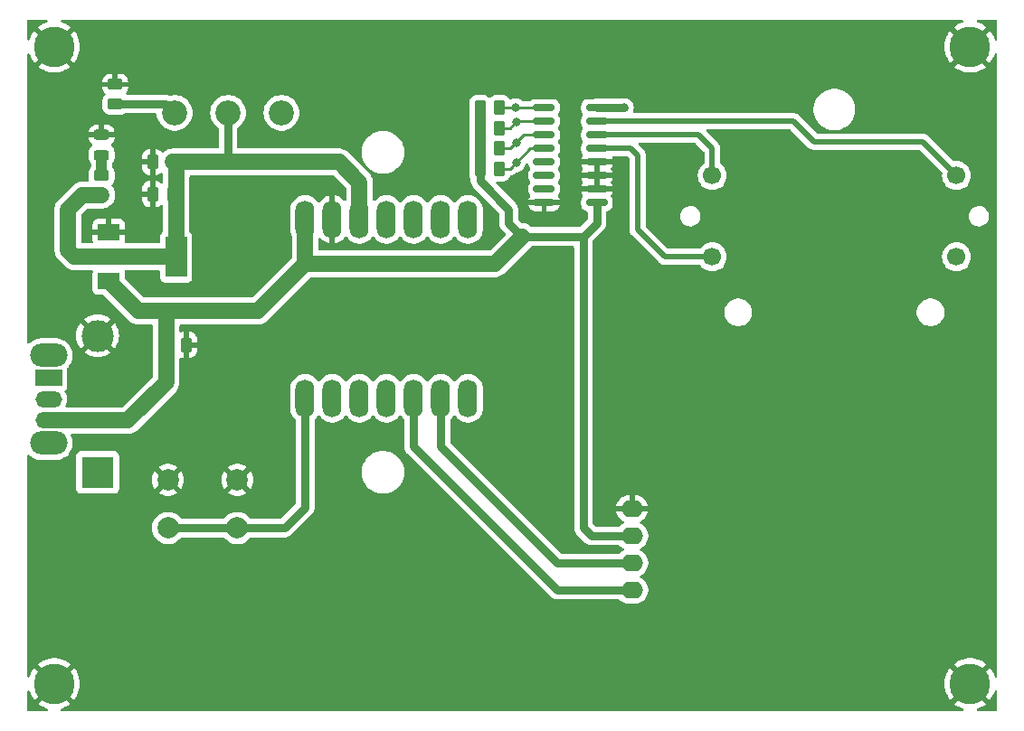
<source format=gbr>
%TF.GenerationSoftware,KiCad,Pcbnew,8.0.0-rc1-67-g7b24167398*%
%TF.CreationDate,2024-01-29T15:53:43-08:00*%
%TF.ProjectId,test,74657374-2e6b-4696-9361-645f70636258,rev?*%
%TF.SameCoordinates,Original*%
%TF.FileFunction,Copper,L1,Top*%
%TF.FilePolarity,Positive*%
%FSLAX46Y46*%
G04 Gerber Fmt 4.6, Leading zero omitted, Abs format (unit mm)*
G04 Created by KiCad (PCBNEW 8.0.0-rc1-67-g7b24167398) date 2024-01-29 15:53:43*
%MOMM*%
%LPD*%
G01*
G04 APERTURE LIST*
G04 Aperture macros list*
%AMRoundRect*
0 Rectangle with rounded corners*
0 $1 Rounding radius*
0 $2 $3 $4 $5 $6 $7 $8 $9 X,Y pos of 4 corners*
0 Add a 4 corners polygon primitive as box body*
4,1,4,$2,$3,$4,$5,$6,$7,$8,$9,$2,$3,0*
0 Add four circle primitives for the rounded corners*
1,1,$1+$1,$2,$3*
1,1,$1+$1,$4,$5*
1,1,$1+$1,$6,$7*
1,1,$1+$1,$8,$9*
0 Add four rect primitives between the rounded corners*
20,1,$1+$1,$2,$3,$4,$5,0*
20,1,$1+$1,$4,$5,$6,$7,0*
20,1,$1+$1,$6,$7,$8,$9,0*
20,1,$1+$1,$8,$9,$2,$3,0*%
G04 Aperture macros list end*
%TA.AperFunction,ComponentPad*%
%ADD10C,3.800000*%
%TD*%
%TA.AperFunction,SMDPad,CuDef*%
%ADD11RoundRect,0.243750X-0.456250X0.243750X-0.456250X-0.243750X0.456250X-0.243750X0.456250X0.243750X0*%
%TD*%
%TA.AperFunction,ComponentPad*%
%ADD12C,1.700000*%
%TD*%
%TA.AperFunction,SMDPad,CuDef*%
%ADD13RoundRect,0.250000X0.450000X-0.262500X0.450000X0.262500X-0.450000X0.262500X-0.450000X-0.262500X0*%
%TD*%
%TA.AperFunction,SMDPad,CuDef*%
%ADD14RoundRect,0.250000X-0.262500X-0.450000X0.262500X-0.450000X0.262500X0.450000X-0.262500X0.450000X0*%
%TD*%
%TA.AperFunction,SMDPad,CuDef*%
%ADD15RoundRect,0.250000X0.250000X0.475000X-0.250000X0.475000X-0.250000X-0.475000X0.250000X-0.475000X0*%
%TD*%
%TA.AperFunction,SMDPad,CuDef*%
%ADD16RoundRect,0.150000X-0.825000X-0.150000X0.825000X-0.150000X0.825000X0.150000X-0.825000X0.150000X0*%
%TD*%
%TA.AperFunction,ComponentPad*%
%ADD17C,2.000000*%
%TD*%
%TA.AperFunction,ComponentPad*%
%ADD18O,2.000000X1.600000*%
%TD*%
%TA.AperFunction,ComponentPad*%
%ADD19O,3.500000X2.200000*%
%TD*%
%TA.AperFunction,ComponentPad*%
%ADD20R,2.500000X1.500000*%
%TD*%
%TA.AperFunction,ComponentPad*%
%ADD21O,2.500000X1.500000*%
%TD*%
%TA.AperFunction,SMDPad,CuDef*%
%ADD22R,2.000000X1.500000*%
%TD*%
%TA.AperFunction,SMDPad,CuDef*%
%ADD23R,2.000000X3.800000*%
%TD*%
%TA.AperFunction,ComponentPad*%
%ADD24C,2.340000*%
%TD*%
%TA.AperFunction,ComponentPad*%
%ADD25O,1.778000X3.556000*%
%TD*%
%TA.AperFunction,SMDPad,CuDef*%
%ADD26RoundRect,0.250000X-0.250000X-0.475000X0.250000X-0.475000X0.250000X0.475000X-0.250000X0.475000X0*%
%TD*%
%TA.AperFunction,ComponentPad*%
%ADD27R,3.000000X3.000000*%
%TD*%
%TA.AperFunction,ComponentPad*%
%ADD28C,3.000000*%
%TD*%
%TA.AperFunction,ViaPad*%
%ADD29C,0.800000*%
%TD*%
%TA.AperFunction,Conductor*%
%ADD30C,0.750000*%
%TD*%
%TA.AperFunction,Conductor*%
%ADD31C,1.500000*%
%TD*%
%TA.AperFunction,Conductor*%
%ADD32C,1.000000*%
%TD*%
%TA.AperFunction,Conductor*%
%ADD33C,0.250000*%
%TD*%
%TA.AperFunction,Conductor*%
%ADD34C,0.500000*%
%TD*%
G04 APERTURE END LIST*
D10*
%TO.P,H4,1,1*%
%TO.N,GND*%
X182245000Y-107950000D03*
%TD*%
%TO.P,H2,1,1*%
%TO.N,GND*%
X182245000Y-48260000D03*
%TD*%
D11*
%TO.P,D1,1,K*%
%TO.N,GND*%
X100965000Y-56530000D03*
%TO.P,D1,2,A*%
%TO.N,Net-(D1-A)*%
X100965000Y-58405000D03*
%TD*%
D12*
%TO.P,M1,1*%
%TO.N,Net-(U2-O2)*%
X180975000Y-60325000D03*
%TO.P,M1,2,-*%
%TO.N,Net-(M1--)*%
X180975000Y-67945000D03*
%TO.P,M1,3*%
%TO.N,Net-(U2-O3)*%
X158115000Y-60325000D03*
%TO.P,M1,4*%
%TO.N,Net-(U2-O4)*%
X158115000Y-67945000D03*
%TD*%
D13*
%TO.P,R6,1*%
%TO.N,Net-(U3-GPIO4_A3_D3)*%
X102235000Y-53617500D03*
%TO.P,R6,2*%
%TO.N,GND*%
X102235000Y-51792500D03*
%TD*%
D14*
%TO.P,R4,1*%
%TO.N,+5V*%
X136377500Y-53975000D03*
%TO.P,R4,2*%
%TO.N,/P10*%
X138202500Y-53975000D03*
%TD*%
D13*
%TO.P,R5,1*%
%TO.N,+3V3*%
X100965000Y-62150000D03*
%TO.P,R5,2*%
%TO.N,Net-(D1-A)*%
X100965000Y-60325000D03*
%TD*%
D15*
%TO.P,C2,1*%
%TO.N,+3V3*%
X107630000Y-62065000D03*
%TO.P,C2,2*%
%TO.N,GND*%
X105730000Y-62065000D03*
%TD*%
D10*
%TO.P,H3,1,1*%
%TO.N,GND*%
X96520000Y-107950000D03*
%TD*%
D16*
%TO.P,U2,1,I1*%
%TO.N,/P10*%
X142370000Y-53975000D03*
%TO.P,U2,2,I2*%
%TO.N,/P11*%
X142370000Y-55245000D03*
%TO.P,U2,3,I3*%
%TO.N,/P12*%
X142370000Y-56515000D03*
%TO.P,U2,4,I4*%
%TO.N,/P13*%
X142370000Y-57785000D03*
%TO.P,U2,5,I5*%
%TO.N,unconnected-(U2-I5-Pad5)*%
X142370000Y-59055000D03*
%TO.P,U2,6,I6*%
%TO.N,unconnected-(U2-I6-Pad6)*%
X142370000Y-60325000D03*
%TO.P,U2,7,I7*%
%TO.N,unconnected-(U2-I7-Pad7)*%
X142370000Y-61595000D03*
%TO.P,U2,8,GND*%
%TO.N,GND*%
X142370000Y-62865000D03*
%TO.P,U2,9,COM*%
%TO.N,+5V*%
X147320000Y-62865000D03*
%TO.P,U2,10,O7*%
%TO.N,GND*%
X147320000Y-61595000D03*
%TO.P,U2,11,O6*%
X147320000Y-60325000D03*
%TO.P,U2,12,O5*%
X147320000Y-59055000D03*
%TO.P,U2,13,O4*%
%TO.N,Net-(U2-O4)*%
X147320000Y-57785000D03*
%TO.P,U2,14,O3*%
%TO.N,Net-(U2-O3)*%
X147320000Y-56515000D03*
%TO.P,U2,15,O2*%
%TO.N,Net-(U2-O2)*%
X147320000Y-55245000D03*
%TO.P,U2,16,O1*%
%TO.N,Net-(M1--)*%
X147320000Y-53975000D03*
%TD*%
D14*
%TO.P,R1,1*%
%TO.N,+5V*%
X136377500Y-59690000D03*
%TO.P,R1,2*%
%TO.N,/P13*%
X138202500Y-59690000D03*
%TD*%
D17*
%TO.P,SW1,1,1*%
%TO.N,GND*%
X107165000Y-88845000D03*
X113665000Y-88845000D03*
%TO.P,SW1,2,2*%
%TO.N,Net-(U3-GPIO1_A0_D0)*%
X107165000Y-93345000D03*
X113665000Y-93345000D03*
%TD*%
D18*
%TO.P,J3,1,Pin_1*%
%TO.N,Net-(J3-Pin_1)*%
X150610000Y-99170000D03*
%TO.P,J3,2,Pin_2*%
%TO.N,Net-(J3-Pin_2)*%
X150610000Y-96630000D03*
%TO.P,J3,3,Pin_3*%
%TO.N,+5V*%
X150610000Y-94090000D03*
%TO.P,J3,4,Pin_4*%
%TO.N,GND*%
X150610000Y-91550000D03*
%TD*%
D14*
%TO.P,R2,1*%
%TO.N,+5V*%
X136377500Y-57785000D03*
%TO.P,R2,2*%
%TO.N,/P12*%
X138202500Y-57785000D03*
%TD*%
D19*
%TO.P,SW2,*%
%TO.N,*%
X95980000Y-77180000D03*
X95980000Y-85380000D03*
D20*
%TO.P,SW2,1,A*%
%TO.N,unconnected-(SW2-A-Pad1)*%
X95980000Y-79280000D03*
D21*
%TO.P,SW2,2,B*%
%TO.N,Net-(J1-Pin_1)*%
X95980000Y-81280000D03*
%TO.P,SW2,3,C*%
%TO.N,+5V*%
X95980000Y-83280000D03*
%TD*%
D22*
%TO.P,U1,1,GND*%
%TO.N,GND*%
X101625000Y-65645000D03*
%TO.P,U1,2,VO*%
%TO.N,+3V3*%
X101625000Y-67945000D03*
D23*
X107925000Y-67945000D03*
D22*
%TO.P,U1,3,VI*%
%TO.N,+5V*%
X101625000Y-70245000D03*
%TD*%
D24*
%TO.P,RV1,1,1*%
%TO.N,unconnected-(RV1-Pad1)*%
X117790000Y-54450000D03*
%TO.P,RV1,2,2*%
%TO.N,+3V3*%
X112790000Y-54450000D03*
%TO.P,RV1,3,3*%
%TO.N,Net-(U3-GPIO4_A3_D3)*%
X107790000Y-54450000D03*
%TD*%
D25*
%TO.P,U3,1,GPIO1_A0_D0*%
%TO.N,Net-(U3-GPIO1_A0_D0)*%
X120015000Y-81191500D03*
%TO.P,U3,2,GPIO2_A1_D1*%
%TO.N,unconnected-(U3-GPIO2_A1_D1-Pad2)*%
X122555000Y-81191500D03*
%TO.P,U3,3,GPIO3_A2_D2*%
%TO.N,unconnected-(U3-GPIO3_A2_D2-Pad3)*%
X125095000Y-81191500D03*
%TO.P,U3,4,GPIO4_A3_D3*%
%TO.N,Net-(U3-GPIO4_A3_D3)*%
X127635000Y-81191500D03*
%TO.P,U3,5,GPIO4_A3_D3_SDA*%
%TO.N,Net-(J3-Pin_1)*%
X130175000Y-81191500D03*
%TO.P,U3,6,GPIO6_A5_D5_SCL*%
%TO.N,Net-(J3-Pin_2)*%
X132715000Y-81191500D03*
%TO.P,U3,7,GPIO43_TX_D6*%
%TO.N,unconnected-(U3-GPIO43_TX_D6-Pad7)*%
X135255000Y-81191500D03*
%TO.P,U3,8,5V*%
%TO.N,+5V*%
X120015000Y-64427500D03*
%TO.P,U3,9,GND*%
%TO.N,GND*%
X122555000Y-64427500D03*
%TO.P,U3,10,3V3*%
%TO.N,+3V3*%
X125095000Y-64427500D03*
%TO.P,U3,11,GPIO9_A10_D10_COPI*%
%TO.N,/P10*%
X127635000Y-64427500D03*
%TO.P,U3,12,GPIO8_A9_D9_CIPO*%
%TO.N,/P11*%
X130175000Y-64427500D03*
%TO.P,U3,13,GPIO7_A8_D8_SCK*%
%TO.N,/P12*%
X132715000Y-64427500D03*
%TO.P,U3,14,GPIO44_D7_RX*%
%TO.N,/P13*%
X135255000Y-64427500D03*
%TD*%
D26*
%TO.P,C1,1*%
%TO.N,+5V*%
X107000000Y-76200000D03*
%TO.P,C1,2*%
%TO.N,GND*%
X108900000Y-76200000D03*
%TD*%
D10*
%TO.P,H1,1,1*%
%TO.N,GND*%
X96520000Y-48260000D03*
%TD*%
D14*
%TO.P,R3,1*%
%TO.N,+5V*%
X136377500Y-55880000D03*
%TO.P,R3,2*%
%TO.N,/P11*%
X138202500Y-55880000D03*
%TD*%
D15*
%TO.P,C3,1*%
%TO.N,+3V3*%
X107630000Y-59055000D03*
%TO.P,C3,2*%
%TO.N,GND*%
X105730000Y-59055000D03*
%TD*%
D27*
%TO.P,J1,1,Pin_1*%
%TO.N,Net-(J1-Pin_1)*%
X100585000Y-88135000D03*
D28*
%TO.P,J1,2,Pin_2*%
%TO.N,GND*%
X100585000Y-75335000D03*
%TD*%
D29*
%TO.N,/P13*%
X139765000Y-59120000D03*
%TO.N,/P12*%
X139765000Y-57215000D03*
%TO.N,/P11*%
X139765000Y-55310000D03*
%TO.N,/P10*%
X139700000Y-53975000D03*
%TO.N,Net-(M1--)*%
X149860000Y-53975000D03*
%TD*%
D30*
%TO.N,+5V*%
X146795000Y-94090000D02*
X146050000Y-93345000D01*
X139065000Y-64770000D02*
X139065000Y-63500000D01*
X139065000Y-63500000D02*
X136377500Y-60812500D01*
D31*
X107000000Y-79690000D02*
X103410000Y-83280000D01*
D30*
X147320000Y-62865000D02*
X147320000Y-64770000D01*
D31*
X107000000Y-73340000D02*
X107000000Y-76200000D01*
X137795000Y-68580000D02*
X140335000Y-66040000D01*
X107315000Y-73025000D02*
X115570000Y-73025000D01*
D30*
X136377500Y-60812500D02*
X136377500Y-59690000D01*
D31*
X101625000Y-70245000D02*
X104405000Y-73025000D01*
D32*
X136377500Y-55880000D02*
X136377500Y-53975000D01*
D31*
X115570000Y-73025000D02*
X120015000Y-68580000D01*
D30*
X147320000Y-64770000D02*
X146050000Y-66040000D01*
X146050000Y-93345000D02*
X146050000Y-66040000D01*
D31*
X107315000Y-73025000D02*
X107000000Y-73340000D01*
X120015000Y-68580000D02*
X120015000Y-65189500D01*
X104405000Y-73025000D02*
X107315000Y-73025000D01*
D30*
X146050000Y-66040000D02*
X140335000Y-66040000D01*
D31*
X120015000Y-68580000D02*
X137795000Y-68580000D01*
D32*
X136377500Y-59690000D02*
X136377500Y-55880000D01*
D30*
X140335000Y-66040000D02*
X139065000Y-64770000D01*
D31*
X107000000Y-76200000D02*
X107000000Y-79690000D01*
D30*
X150610000Y-94090000D02*
X146795000Y-94090000D01*
D31*
X103410000Y-83280000D02*
X95980000Y-83280000D01*
%TO.N,+3V3*%
X97790000Y-63500000D02*
X99140000Y-62150000D01*
X125095000Y-60960000D02*
X123190000Y-59055000D01*
X113030000Y-59055000D02*
X107630000Y-59055000D01*
X107925000Y-59350000D02*
X107630000Y-59055000D01*
X101625000Y-67945000D02*
X98425000Y-67945000D01*
X99140000Y-62150000D02*
X100965000Y-62150000D01*
X98425000Y-67945000D02*
X97790000Y-67310000D01*
X107925000Y-67945000D02*
X107925000Y-59350000D01*
X123190000Y-59055000D02*
X113030000Y-59055000D01*
X101625000Y-67945000D02*
X107925000Y-67945000D01*
D30*
X112790000Y-58815000D02*
X113030000Y-59055000D01*
D31*
X97790000Y-67310000D02*
X97790000Y-63500000D01*
D30*
X112790000Y-54450000D02*
X112790000Y-58815000D01*
D31*
X125095000Y-65189500D02*
X125095000Y-60960000D01*
D30*
%TO.N,Net-(J3-Pin_2)*%
X132715000Y-85725000D02*
X143620000Y-96630000D01*
X143620000Y-96630000D02*
X150610000Y-96630000D01*
X132715000Y-80429500D02*
X132715000Y-85725000D01*
%TO.N,Net-(J3-Pin_1)*%
X150610000Y-99170000D02*
X143620000Y-99170000D01*
X130175000Y-85725000D02*
X130175000Y-80429500D01*
X143620000Y-99170000D02*
X130175000Y-85725000D01*
D33*
%TO.N,/P13*%
X138202500Y-59690000D02*
X139195000Y-59690000D01*
X141100000Y-57785000D02*
X142370000Y-57785000D01*
X139195000Y-59690000D02*
X141100000Y-57785000D01*
%TO.N,/P12*%
X139195000Y-57785000D02*
X140465000Y-56515000D01*
X140465000Y-56515000D02*
X142370000Y-56515000D01*
X138202500Y-57785000D02*
X139195000Y-57785000D01*
%TO.N,/P11*%
X139195000Y-55880000D02*
X139830000Y-55245000D01*
X138202500Y-55880000D02*
X139195000Y-55880000D01*
X139830000Y-55245000D02*
X142370000Y-55245000D01*
%TO.N,/P10*%
X140335000Y-53975000D02*
X142370000Y-53975000D01*
X139700000Y-53975000D02*
X140335000Y-53975000D01*
X138202500Y-53975000D02*
X139700000Y-53975000D01*
D30*
%TO.N,Net-(U3-GPIO1_A0_D0)*%
X107165000Y-93345000D02*
X113665000Y-93345000D01*
X120015000Y-91440000D02*
X120015000Y-80429500D01*
X113665000Y-93345000D02*
X118110000Y-93345000D01*
X118110000Y-93345000D02*
X120015000Y-91440000D01*
D32*
%TO.N,Net-(D1-A)*%
X100965000Y-60325000D02*
X100965000Y-58405000D01*
D30*
%TO.N,Net-(U3-GPIO4_A3_D3)*%
X102235000Y-53617500D02*
X106957500Y-53617500D01*
X106957500Y-53617500D02*
X107790000Y-54450000D01*
%TO.N,Net-(M1--)*%
X147320000Y-53975000D02*
X149860000Y-53975000D01*
D34*
%TO.N,Net-(U2-O3)*%
X150495000Y-56515000D02*
X156845000Y-56515000D01*
X158115000Y-57785000D02*
X158115000Y-60325000D01*
X156845000Y-56515000D02*
X158115000Y-57785000D01*
D33*
X150495000Y-56515000D02*
X150625000Y-56515000D01*
D34*
X147320000Y-56515000D02*
X150495000Y-56515000D01*
%TO.N,Net-(U2-O2)*%
X165735000Y-55245000D02*
X167640000Y-57150000D01*
X147320000Y-55245000D02*
X165735000Y-55245000D01*
X167640000Y-57150000D02*
X177800000Y-57150000D01*
X177800000Y-57150000D02*
X180975000Y-60325000D01*
%TO.N,Net-(U2-O4)*%
X151130000Y-65405000D02*
X153670000Y-67945000D01*
X151130000Y-58420000D02*
X151130000Y-65405000D01*
X153670000Y-67945000D02*
X158115000Y-67945000D01*
X150495000Y-57785000D02*
X151130000Y-58420000D01*
X147320000Y-57785000D02*
X150495000Y-57785000D01*
%TD*%
%TA.AperFunction,Conductor*%
%TO.N,GND*%
G36*
X95680967Y-108666602D02*
G01*
X95803398Y-108789033D01*
X95937262Y-108886290D01*
X95006564Y-109816987D01*
X95006565Y-109816989D01*
X95231461Y-109980385D01*
X95231479Y-109980397D01*
X95496109Y-110125878D01*
X95496117Y-110125882D01*
X95776889Y-110237047D01*
X95776892Y-110237048D01*
X95811353Y-110245896D01*
X95871391Y-110281634D01*
X95902577Y-110344157D01*
X95895009Y-110413616D01*
X95851091Y-110467957D01*
X95784765Y-110489927D01*
X95780516Y-110490000D01*
X94104000Y-110490000D01*
X94036961Y-110470315D01*
X93991206Y-110417511D01*
X93980000Y-110366000D01*
X93980000Y-108682152D01*
X93999685Y-108615113D01*
X94052489Y-108569358D01*
X94121647Y-108559414D01*
X94185203Y-108588439D01*
X94221931Y-108643834D01*
X94284125Y-108835247D01*
X94284127Y-108835252D01*
X94412704Y-109108491D01*
X94412707Y-109108497D01*
X94574516Y-109363469D01*
X94655311Y-109461133D01*
X95583708Y-108532736D01*
X95680967Y-108666602D01*
G37*
%TD.AperFunction*%
%TA.AperFunction,Conductor*%
G36*
X181572555Y-45739685D02*
G01*
X181618310Y-45792489D01*
X181628254Y-45861647D01*
X181599229Y-45925203D01*
X181540451Y-45962977D01*
X181536353Y-45964104D01*
X181501892Y-45972951D01*
X181501889Y-45972952D01*
X181221117Y-46084117D01*
X181221109Y-46084121D01*
X180956476Y-46229604D01*
X180956471Y-46229607D01*
X180731565Y-46393010D01*
X180731564Y-46393011D01*
X181662262Y-47323709D01*
X181528398Y-47420967D01*
X181405967Y-47543398D01*
X181308709Y-47677262D01*
X180380311Y-46748864D01*
X180299520Y-46846525D01*
X180299518Y-46846528D01*
X180137707Y-47101502D01*
X180137704Y-47101508D01*
X180009127Y-47374747D01*
X180009125Y-47374752D01*
X179915805Y-47661959D01*
X179859216Y-47958609D01*
X179859215Y-47958616D01*
X179840255Y-48259994D01*
X179840255Y-48260005D01*
X179859215Y-48561383D01*
X179859216Y-48561390D01*
X179915805Y-48858040D01*
X180009125Y-49145247D01*
X180009127Y-49145252D01*
X180137704Y-49418491D01*
X180137707Y-49418497D01*
X180299516Y-49673469D01*
X180380311Y-49771133D01*
X181308708Y-48842736D01*
X181405967Y-48976602D01*
X181528398Y-49099033D01*
X181662262Y-49196290D01*
X180731564Y-50126987D01*
X180731565Y-50126989D01*
X180956461Y-50290385D01*
X180956479Y-50290397D01*
X181221109Y-50435878D01*
X181221117Y-50435882D01*
X181501889Y-50547047D01*
X181501892Y-50547048D01*
X181794399Y-50622150D01*
X182093995Y-50659999D01*
X182094007Y-50660000D01*
X182395993Y-50660000D01*
X182396004Y-50659999D01*
X182695600Y-50622150D01*
X182988107Y-50547048D01*
X182988110Y-50547047D01*
X183268882Y-50435882D01*
X183268890Y-50435878D01*
X183533520Y-50290397D01*
X183533530Y-50290390D01*
X183758433Y-50126987D01*
X183758434Y-50126987D01*
X182827737Y-49196290D01*
X182961602Y-49099033D01*
X183084033Y-48976602D01*
X183181290Y-48842737D01*
X184109687Y-49771134D01*
X184190486Y-49673464D01*
X184352292Y-49418497D01*
X184352295Y-49418491D01*
X184480872Y-49145252D01*
X184480874Y-49145247D01*
X184543069Y-48953834D01*
X184582507Y-48896158D01*
X184646865Y-48868960D01*
X184715712Y-48880875D01*
X184767187Y-48928119D01*
X184785000Y-48992152D01*
X184785000Y-107217847D01*
X184765315Y-107284886D01*
X184712511Y-107330641D01*
X184643353Y-107340585D01*
X184579797Y-107311560D01*
X184543069Y-107256165D01*
X184480874Y-107064752D01*
X184480872Y-107064747D01*
X184352295Y-106791508D01*
X184352292Y-106791502D01*
X184190483Y-106536530D01*
X184109686Y-106438864D01*
X183181289Y-107367261D01*
X183084033Y-107233398D01*
X182961602Y-107110967D01*
X182827736Y-107013709D01*
X183758434Y-106083011D01*
X183758433Y-106083009D01*
X183533538Y-105919614D01*
X183533520Y-105919602D01*
X183268890Y-105774121D01*
X183268882Y-105774117D01*
X182988110Y-105662952D01*
X182988107Y-105662951D01*
X182695600Y-105587849D01*
X182396004Y-105550000D01*
X182093995Y-105550000D01*
X181794399Y-105587849D01*
X181501892Y-105662951D01*
X181501889Y-105662952D01*
X181221117Y-105774117D01*
X181221109Y-105774121D01*
X180956476Y-105919604D01*
X180956471Y-105919607D01*
X180731565Y-106083010D01*
X180731564Y-106083011D01*
X181662262Y-107013709D01*
X181528398Y-107110967D01*
X181405967Y-107233398D01*
X181308709Y-107367262D01*
X180380311Y-106438864D01*
X180299520Y-106536525D01*
X180299518Y-106536528D01*
X180137707Y-106791502D01*
X180137704Y-106791508D01*
X180009127Y-107064747D01*
X180009125Y-107064752D01*
X179915805Y-107351959D01*
X179859216Y-107648609D01*
X179859215Y-107648616D01*
X179840255Y-107949994D01*
X179840255Y-107950005D01*
X179859215Y-108251383D01*
X179859216Y-108251390D01*
X179915805Y-108548040D01*
X180009125Y-108835247D01*
X180009127Y-108835252D01*
X180137704Y-109108491D01*
X180137707Y-109108497D01*
X180299516Y-109363469D01*
X180380311Y-109461133D01*
X181308708Y-108532736D01*
X181405967Y-108666602D01*
X181528398Y-108789033D01*
X181662262Y-108886290D01*
X180731564Y-109816987D01*
X180731565Y-109816989D01*
X180956461Y-109980385D01*
X180956479Y-109980397D01*
X181221109Y-110125878D01*
X181221117Y-110125882D01*
X181501889Y-110237047D01*
X181501892Y-110237048D01*
X181536353Y-110245896D01*
X181596391Y-110281634D01*
X181627577Y-110344157D01*
X181620009Y-110413616D01*
X181576091Y-110467957D01*
X181509765Y-110489927D01*
X181505516Y-110490000D01*
X97259484Y-110490000D01*
X97192445Y-110470315D01*
X97146690Y-110417511D01*
X97136746Y-110348353D01*
X97165771Y-110284797D01*
X97224549Y-110247023D01*
X97228647Y-110245896D01*
X97263107Y-110237048D01*
X97263110Y-110237047D01*
X97543882Y-110125882D01*
X97543890Y-110125878D01*
X97808520Y-109980397D01*
X97808530Y-109980390D01*
X98033433Y-109816987D01*
X98033434Y-109816987D01*
X97102737Y-108886290D01*
X97236602Y-108789033D01*
X97359033Y-108666602D01*
X97456290Y-108532737D01*
X98384687Y-109461134D01*
X98465486Y-109363464D01*
X98627292Y-109108497D01*
X98627295Y-109108491D01*
X98755872Y-108835252D01*
X98755874Y-108835247D01*
X98849194Y-108548040D01*
X98905783Y-108251390D01*
X98905784Y-108251383D01*
X98924745Y-107950005D01*
X98924745Y-107949994D01*
X98905784Y-107648616D01*
X98905783Y-107648609D01*
X98849194Y-107351959D01*
X98755874Y-107064752D01*
X98755872Y-107064747D01*
X98627295Y-106791508D01*
X98627292Y-106791502D01*
X98465483Y-106536530D01*
X98384686Y-106438864D01*
X97456289Y-107367261D01*
X97359033Y-107233398D01*
X97236602Y-107110967D01*
X97102736Y-107013709D01*
X98033434Y-106083011D01*
X98033433Y-106083009D01*
X97808538Y-105919614D01*
X97808520Y-105919602D01*
X97543890Y-105774121D01*
X97543882Y-105774117D01*
X97263110Y-105662952D01*
X97263107Y-105662951D01*
X96970600Y-105587849D01*
X96671004Y-105550000D01*
X96368995Y-105550000D01*
X96069399Y-105587849D01*
X95776892Y-105662951D01*
X95776889Y-105662952D01*
X95496117Y-105774117D01*
X95496109Y-105774121D01*
X95231476Y-105919604D01*
X95231471Y-105919607D01*
X95006565Y-106083010D01*
X95006564Y-106083011D01*
X95937262Y-107013709D01*
X95803398Y-107110967D01*
X95680967Y-107233398D01*
X95583709Y-107367262D01*
X94655311Y-106438864D01*
X94574520Y-106536525D01*
X94574518Y-106536528D01*
X94412707Y-106791502D01*
X94412704Y-106791508D01*
X94284127Y-107064747D01*
X94284125Y-107064752D01*
X94221931Y-107256165D01*
X94182493Y-107313841D01*
X94118135Y-107341039D01*
X94049288Y-107329124D01*
X93997813Y-107281880D01*
X93980000Y-107217847D01*
X93980000Y-89682870D01*
X98584500Y-89682870D01*
X98584501Y-89682876D01*
X98590908Y-89742483D01*
X98641202Y-89877328D01*
X98641206Y-89877335D01*
X98727452Y-89992544D01*
X98727455Y-89992547D01*
X98842664Y-90078793D01*
X98842671Y-90078797D01*
X98977517Y-90129091D01*
X98977516Y-90129091D01*
X98984444Y-90129835D01*
X99037127Y-90135500D01*
X102132872Y-90135499D01*
X102192483Y-90129091D01*
X102327331Y-90078796D01*
X102442546Y-89992546D01*
X102528796Y-89877331D01*
X102579091Y-89742483D01*
X102585500Y-89682873D01*
X102585500Y-88845005D01*
X105659859Y-88845005D01*
X105680385Y-89092729D01*
X105680387Y-89092738D01*
X105741412Y-89333717D01*
X105841266Y-89561364D01*
X105941564Y-89714882D01*
X106641212Y-89015234D01*
X106652482Y-89057292D01*
X106724890Y-89182708D01*
X106827292Y-89285110D01*
X106952708Y-89357518D01*
X106994765Y-89368787D01*
X106294942Y-90068609D01*
X106341768Y-90105055D01*
X106341770Y-90105056D01*
X106560385Y-90223364D01*
X106560396Y-90223369D01*
X106795506Y-90304083D01*
X107040707Y-90345000D01*
X107289293Y-90345000D01*
X107534493Y-90304083D01*
X107769603Y-90223369D01*
X107769614Y-90223364D01*
X107988228Y-90105057D01*
X107988231Y-90105055D01*
X108035056Y-90068609D01*
X107335234Y-89368787D01*
X107377292Y-89357518D01*
X107502708Y-89285110D01*
X107605110Y-89182708D01*
X107677518Y-89057292D01*
X107688787Y-89015235D01*
X108388434Y-89714882D01*
X108488731Y-89561369D01*
X108588587Y-89333717D01*
X108649612Y-89092738D01*
X108649614Y-89092729D01*
X108670141Y-88845005D01*
X112159859Y-88845005D01*
X112180385Y-89092729D01*
X112180387Y-89092738D01*
X112241412Y-89333717D01*
X112341266Y-89561364D01*
X112441564Y-89714882D01*
X113141212Y-89015234D01*
X113152482Y-89057292D01*
X113224890Y-89182708D01*
X113327292Y-89285110D01*
X113452708Y-89357518D01*
X113494765Y-89368787D01*
X112794942Y-90068609D01*
X112841768Y-90105055D01*
X112841770Y-90105056D01*
X113060385Y-90223364D01*
X113060396Y-90223369D01*
X113295506Y-90304083D01*
X113540707Y-90345000D01*
X113789293Y-90345000D01*
X114034493Y-90304083D01*
X114269603Y-90223369D01*
X114269614Y-90223364D01*
X114488228Y-90105057D01*
X114488231Y-90105055D01*
X114535056Y-90068609D01*
X113835234Y-89368787D01*
X113877292Y-89357518D01*
X114002708Y-89285110D01*
X114105110Y-89182708D01*
X114177518Y-89057292D01*
X114188787Y-89015235D01*
X114888434Y-89714882D01*
X114988731Y-89561369D01*
X115088587Y-89333717D01*
X115149612Y-89092738D01*
X115149614Y-89092729D01*
X115170141Y-88845005D01*
X115170141Y-88844994D01*
X115149614Y-88597270D01*
X115149612Y-88597261D01*
X115088587Y-88356282D01*
X114988731Y-88128630D01*
X114888434Y-87975116D01*
X114188787Y-88674764D01*
X114177518Y-88632708D01*
X114105110Y-88507292D01*
X114002708Y-88404890D01*
X113877292Y-88332482D01*
X113835235Y-88321212D01*
X114535057Y-87621390D01*
X114535056Y-87621389D01*
X114488229Y-87584943D01*
X114269614Y-87466635D01*
X114269603Y-87466630D01*
X114034493Y-87385916D01*
X113789293Y-87345000D01*
X113540707Y-87345000D01*
X113295506Y-87385916D01*
X113060396Y-87466630D01*
X113060390Y-87466632D01*
X112841761Y-87584949D01*
X112794942Y-87621388D01*
X112794942Y-87621390D01*
X113494765Y-88321212D01*
X113452708Y-88332482D01*
X113327292Y-88404890D01*
X113224890Y-88507292D01*
X113152482Y-88632708D01*
X113141212Y-88674764D01*
X112441564Y-87975116D01*
X112341267Y-88128632D01*
X112241412Y-88356282D01*
X112180387Y-88597261D01*
X112180385Y-88597270D01*
X112159859Y-88844994D01*
X112159859Y-88845005D01*
X108670141Y-88845005D01*
X108670141Y-88844994D01*
X108649614Y-88597270D01*
X108649612Y-88597261D01*
X108588587Y-88356282D01*
X108488731Y-88128630D01*
X108388434Y-87975116D01*
X107688787Y-88674764D01*
X107677518Y-88632708D01*
X107605110Y-88507292D01*
X107502708Y-88404890D01*
X107377292Y-88332482D01*
X107335235Y-88321212D01*
X108035057Y-87621390D01*
X108035056Y-87621389D01*
X107988229Y-87584943D01*
X107769614Y-87466635D01*
X107769603Y-87466630D01*
X107534493Y-87385916D01*
X107289293Y-87345000D01*
X107040707Y-87345000D01*
X106795506Y-87385916D01*
X106560396Y-87466630D01*
X106560390Y-87466632D01*
X106341761Y-87584949D01*
X106294942Y-87621388D01*
X106294942Y-87621390D01*
X106994765Y-88321212D01*
X106952708Y-88332482D01*
X106827292Y-88404890D01*
X106724890Y-88507292D01*
X106652482Y-88632708D01*
X106641212Y-88674764D01*
X105941564Y-87975116D01*
X105841267Y-88128632D01*
X105741412Y-88356282D01*
X105680387Y-88597261D01*
X105680385Y-88597270D01*
X105659859Y-88844994D01*
X105659859Y-88845005D01*
X102585500Y-88845005D01*
X102585499Y-86587128D01*
X102579091Y-86527517D01*
X102578440Y-86525772D01*
X102528797Y-86392671D01*
X102528793Y-86392664D01*
X102442547Y-86277455D01*
X102442544Y-86277452D01*
X102327335Y-86191206D01*
X102327328Y-86191202D01*
X102192482Y-86140908D01*
X102192483Y-86140908D01*
X102132883Y-86134501D01*
X102132881Y-86134500D01*
X102132873Y-86134500D01*
X102132864Y-86134500D01*
X99037129Y-86134500D01*
X99037123Y-86134501D01*
X98977516Y-86140908D01*
X98842671Y-86191202D01*
X98842664Y-86191206D01*
X98727455Y-86277452D01*
X98727452Y-86277455D01*
X98641206Y-86392664D01*
X98641202Y-86392671D01*
X98590908Y-86527517D01*
X98584501Y-86587116D01*
X98584501Y-86587123D01*
X98584500Y-86587135D01*
X98584500Y-89682870D01*
X93980000Y-89682870D01*
X93980000Y-86592811D01*
X93999685Y-86525772D01*
X94052489Y-86480017D01*
X94121647Y-86470073D01*
X94185203Y-86499098D01*
X94191681Y-86505130D01*
X94287345Y-86600794D01*
X94287350Y-86600798D01*
X94465117Y-86729952D01*
X94491155Y-86748870D01*
X94617292Y-86813140D01*
X94715616Y-86863239D01*
X94715618Y-86863239D01*
X94715621Y-86863241D01*
X94955215Y-86941090D01*
X95204038Y-86980500D01*
X95204039Y-86980500D01*
X96755961Y-86980500D01*
X96755962Y-86980500D01*
X97004785Y-86941090D01*
X97244379Y-86863241D01*
X97468845Y-86748870D01*
X97672656Y-86600793D01*
X97850793Y-86422656D01*
X97998870Y-86218845D01*
X98113241Y-85994379D01*
X98191090Y-85754785D01*
X98230500Y-85505962D01*
X98230500Y-85254038D01*
X98191090Y-85005215D01*
X98113241Y-84765621D01*
X98085306Y-84710795D01*
X98072410Y-84642125D01*
X98098686Y-84577385D01*
X98155793Y-84537128D01*
X98195791Y-84530500D01*
X103508422Y-84530500D01*
X103702826Y-84499709D01*
X103890026Y-84438884D01*
X104065405Y-84349524D01*
X104224646Y-84233828D01*
X107953829Y-80504645D01*
X108069524Y-80345405D01*
X108158884Y-80170026D01*
X108219709Y-79982826D01*
X108220612Y-79977123D01*
X108250500Y-79788421D01*
X108250500Y-77504443D01*
X108270185Y-77437404D01*
X108322989Y-77391649D01*
X108392147Y-77381705D01*
X108413504Y-77386737D01*
X108497302Y-77414505D01*
X108497309Y-77414506D01*
X108600019Y-77424999D01*
X108649999Y-77424998D01*
X108650000Y-77424998D01*
X108650000Y-76450000D01*
X109150000Y-76450000D01*
X109150000Y-77424999D01*
X109199972Y-77424999D01*
X109199986Y-77424998D01*
X109302697Y-77414505D01*
X109469119Y-77359358D01*
X109469124Y-77359356D01*
X109618345Y-77267315D01*
X109742315Y-77143345D01*
X109834356Y-76994124D01*
X109834358Y-76994119D01*
X109889505Y-76827697D01*
X109889506Y-76827690D01*
X109899999Y-76724986D01*
X109900000Y-76724973D01*
X109900000Y-76450000D01*
X109150000Y-76450000D01*
X108650000Y-76450000D01*
X108650000Y-74975000D01*
X109150000Y-74975000D01*
X109150000Y-75950000D01*
X109899999Y-75950000D01*
X109899999Y-75675028D01*
X109899998Y-75675013D01*
X109889505Y-75572302D01*
X109834358Y-75405880D01*
X109834356Y-75405875D01*
X109742315Y-75256654D01*
X109618345Y-75132684D01*
X109469124Y-75040643D01*
X109469119Y-75040641D01*
X109302697Y-74985494D01*
X109302690Y-74985493D01*
X109199986Y-74975000D01*
X109150000Y-74975000D01*
X108650000Y-74975000D01*
X108649999Y-74974999D01*
X108600029Y-74975000D01*
X108600011Y-74975001D01*
X108497302Y-74985494D01*
X108413504Y-75013262D01*
X108343675Y-75015664D01*
X108283633Y-74979932D01*
X108252441Y-74917411D01*
X108250500Y-74895556D01*
X108250500Y-74399500D01*
X108270185Y-74332461D01*
X108322989Y-74286706D01*
X108374500Y-74275500D01*
X115668422Y-74275500D01*
X115862826Y-74244709D01*
X116050026Y-74183884D01*
X116225405Y-74094524D01*
X116384646Y-73978828D01*
X120496655Y-69866819D01*
X120557978Y-69833334D01*
X120584336Y-69830500D01*
X137893422Y-69830500D01*
X138087826Y-69799709D01*
X138275026Y-69738884D01*
X138450405Y-69649524D01*
X138609646Y-69533828D01*
X141191655Y-66951819D01*
X141252978Y-66918334D01*
X141279336Y-66915500D01*
X145050500Y-66915500D01*
X145117539Y-66935185D01*
X145163294Y-66987989D01*
X145174500Y-67039500D01*
X145174500Y-93431233D01*
X145208143Y-93600366D01*
X145208146Y-93600378D01*
X145274138Y-93759698D01*
X145274145Y-93759711D01*
X145369954Y-93903098D01*
X145369957Y-93903102D01*
X146114955Y-94648099D01*
X146190683Y-94723827D01*
X146236902Y-94770046D01*
X146380288Y-94865854D01*
X146380301Y-94865861D01*
X146539621Y-94931853D01*
X146539626Y-94931855D01*
X146708766Y-94965499D01*
X146708769Y-94965500D01*
X146708771Y-94965500D01*
X149394953Y-94965500D01*
X149461992Y-94985185D01*
X149482634Y-95001819D01*
X149562786Y-95081971D01*
X149717749Y-95194556D01*
X149728390Y-95202287D01*
X149819840Y-95248883D01*
X149821080Y-95249515D01*
X149871876Y-95297490D01*
X149888671Y-95365311D01*
X149866134Y-95431446D01*
X149821080Y-95470485D01*
X149728386Y-95517715D01*
X149562786Y-95638028D01*
X149562782Y-95638032D01*
X149482634Y-95718181D01*
X149421311Y-95751666D01*
X149394953Y-95754500D01*
X144034006Y-95754500D01*
X143966967Y-95734815D01*
X143946325Y-95718181D01*
X133626819Y-85398675D01*
X133593334Y-85337352D01*
X133590500Y-85310994D01*
X133590500Y-83221413D01*
X133610185Y-83154374D01*
X133626819Y-83133732D01*
X133774852Y-82985699D01*
X133884683Y-82834528D01*
X133940011Y-82791864D01*
X134009624Y-82785885D01*
X134071420Y-82818490D01*
X134085313Y-82834523D01*
X134195144Y-82985693D01*
X134195148Y-82985699D01*
X134349806Y-83140357D01*
X134515374Y-83260647D01*
X134526743Y-83268907D01*
X134654132Y-83333815D01*
X134721616Y-83368201D01*
X134721619Y-83368202D01*
X134753074Y-83378422D01*
X134929625Y-83435786D01*
X135029672Y-83451632D01*
X135145639Y-83470000D01*
X135145644Y-83470000D01*
X135364361Y-83470000D01*
X135469082Y-83453412D01*
X135580375Y-83435786D01*
X135788383Y-83368201D01*
X135983257Y-83268907D01*
X136103449Y-83181583D01*
X136160193Y-83140357D01*
X136160195Y-83140354D01*
X136160199Y-83140352D01*
X136314852Y-82985699D01*
X136314854Y-82985695D01*
X136314857Y-82985693D01*
X136371229Y-82908101D01*
X136443407Y-82808757D01*
X136542701Y-82613883D01*
X136610286Y-82405875D01*
X136630223Y-82280000D01*
X136644500Y-82189861D01*
X136644500Y-80193138D01*
X136624595Y-80067471D01*
X136610286Y-79977125D01*
X136542701Y-79769117D01*
X136542701Y-79769116D01*
X136455060Y-79597114D01*
X136443407Y-79574243D01*
X136424681Y-79548469D01*
X136314857Y-79397306D01*
X136160193Y-79242642D01*
X135983260Y-79114095D01*
X135983259Y-79114094D01*
X135983257Y-79114093D01*
X135920825Y-79082282D01*
X135788383Y-79014798D01*
X135788380Y-79014797D01*
X135580376Y-78947214D01*
X135364361Y-78913000D01*
X135364356Y-78913000D01*
X135145644Y-78913000D01*
X135145639Y-78913000D01*
X134929623Y-78947214D01*
X134721619Y-79014797D01*
X134721616Y-79014798D01*
X134526739Y-79114095D01*
X134349806Y-79242642D01*
X134195142Y-79397306D01*
X134085318Y-79548469D01*
X134029989Y-79591135D01*
X133960375Y-79597114D01*
X133898580Y-79564509D01*
X133884682Y-79548469D01*
X133774857Y-79397306D01*
X133620193Y-79242642D01*
X133443260Y-79114095D01*
X133443259Y-79114094D01*
X133443257Y-79114093D01*
X133380825Y-79082282D01*
X133248383Y-79014798D01*
X133248380Y-79014797D01*
X133040376Y-78947214D01*
X132824361Y-78913000D01*
X132824356Y-78913000D01*
X132605644Y-78913000D01*
X132605639Y-78913000D01*
X132389623Y-78947214D01*
X132181619Y-79014797D01*
X132181616Y-79014798D01*
X131986739Y-79114095D01*
X131809806Y-79242642D01*
X131655142Y-79397306D01*
X131545318Y-79548469D01*
X131489989Y-79591135D01*
X131420375Y-79597114D01*
X131358580Y-79564509D01*
X131344682Y-79548469D01*
X131234857Y-79397306D01*
X131080193Y-79242642D01*
X130903260Y-79114095D01*
X130903259Y-79114094D01*
X130903257Y-79114093D01*
X130840825Y-79082282D01*
X130708383Y-79014798D01*
X130708380Y-79014797D01*
X130500376Y-78947214D01*
X130284361Y-78913000D01*
X130284356Y-78913000D01*
X130065644Y-78913000D01*
X130065639Y-78913000D01*
X129849623Y-78947214D01*
X129641619Y-79014797D01*
X129641616Y-79014798D01*
X129446739Y-79114095D01*
X129269806Y-79242642D01*
X129115142Y-79397306D01*
X129005318Y-79548469D01*
X128949989Y-79591135D01*
X128880375Y-79597114D01*
X128818580Y-79564509D01*
X128804682Y-79548469D01*
X128694857Y-79397306D01*
X128540193Y-79242642D01*
X128363260Y-79114095D01*
X128363259Y-79114094D01*
X128363257Y-79114093D01*
X128300825Y-79082282D01*
X128168383Y-79014798D01*
X128168380Y-79014797D01*
X127960376Y-78947214D01*
X127744361Y-78913000D01*
X127744356Y-78913000D01*
X127525644Y-78913000D01*
X127525639Y-78913000D01*
X127309623Y-78947214D01*
X127101619Y-79014797D01*
X127101616Y-79014798D01*
X126906739Y-79114095D01*
X126729806Y-79242642D01*
X126575142Y-79397306D01*
X126465318Y-79548469D01*
X126409989Y-79591135D01*
X126340375Y-79597114D01*
X126278580Y-79564509D01*
X126264682Y-79548469D01*
X126154857Y-79397306D01*
X126000193Y-79242642D01*
X125823260Y-79114095D01*
X125823259Y-79114094D01*
X125823257Y-79114093D01*
X125760825Y-79082282D01*
X125628383Y-79014798D01*
X125628380Y-79014797D01*
X125420376Y-78947214D01*
X125204361Y-78913000D01*
X125204356Y-78913000D01*
X124985644Y-78913000D01*
X124985639Y-78913000D01*
X124769623Y-78947214D01*
X124561619Y-79014797D01*
X124561616Y-79014798D01*
X124366739Y-79114095D01*
X124189806Y-79242642D01*
X124035142Y-79397306D01*
X123925318Y-79548469D01*
X123869989Y-79591135D01*
X123800375Y-79597114D01*
X123738580Y-79564509D01*
X123724682Y-79548469D01*
X123614857Y-79397306D01*
X123460193Y-79242642D01*
X123283260Y-79114095D01*
X123283259Y-79114094D01*
X123283257Y-79114093D01*
X123220825Y-79082282D01*
X123088383Y-79014798D01*
X123088380Y-79014797D01*
X122880376Y-78947214D01*
X122664361Y-78913000D01*
X122664356Y-78913000D01*
X122445644Y-78913000D01*
X122445639Y-78913000D01*
X122229623Y-78947214D01*
X122021619Y-79014797D01*
X122021616Y-79014798D01*
X121826739Y-79114095D01*
X121649806Y-79242642D01*
X121495142Y-79397306D01*
X121385318Y-79548469D01*
X121329989Y-79591135D01*
X121260375Y-79597114D01*
X121198580Y-79564509D01*
X121184682Y-79548469D01*
X121074857Y-79397306D01*
X120920193Y-79242642D01*
X120743260Y-79114095D01*
X120743259Y-79114094D01*
X120743257Y-79114093D01*
X120680825Y-79082282D01*
X120548383Y-79014798D01*
X120548380Y-79014797D01*
X120340376Y-78947214D01*
X120124361Y-78913000D01*
X120124356Y-78913000D01*
X119905644Y-78913000D01*
X119905639Y-78913000D01*
X119689623Y-78947214D01*
X119481619Y-79014797D01*
X119481616Y-79014798D01*
X119286739Y-79114095D01*
X119109806Y-79242642D01*
X118955142Y-79397306D01*
X118826595Y-79574239D01*
X118727298Y-79769116D01*
X118727297Y-79769119D01*
X118659714Y-79977123D01*
X118625500Y-80193138D01*
X118625500Y-82189861D01*
X118659714Y-82405876D01*
X118727297Y-82613880D01*
X118727298Y-82613883D01*
X118794782Y-82746325D01*
X118822118Y-82799975D01*
X118826595Y-82808760D01*
X118955142Y-82985693D01*
X119103181Y-83133732D01*
X119136666Y-83195055D01*
X119139500Y-83221413D01*
X119139500Y-91025994D01*
X119119815Y-91093033D01*
X119103181Y-91113675D01*
X117783675Y-92433181D01*
X117722352Y-92466666D01*
X117695994Y-92469500D01*
X114952144Y-92469500D01*
X114885105Y-92449815D01*
X114856735Y-92423898D01*
X114856637Y-92423989D01*
X114855593Y-92422855D01*
X114854298Y-92421672D01*
X114853168Y-92420221D01*
X114853167Y-92420220D01*
X114853164Y-92420215D01*
X114684744Y-92237262D01*
X114488509Y-92084526D01*
X114488507Y-92084525D01*
X114488506Y-92084524D01*
X114269811Y-91966172D01*
X114269802Y-91966169D01*
X114034616Y-91885429D01*
X113789335Y-91844500D01*
X113540665Y-91844500D01*
X113295383Y-91885429D01*
X113060197Y-91966169D01*
X113060188Y-91966172D01*
X112841493Y-92084524D01*
X112652853Y-92231349D01*
X112645256Y-92237262D01*
X112476836Y-92420215D01*
X112476834Y-92420216D01*
X112476831Y-92420221D01*
X112475702Y-92421672D01*
X112475091Y-92422111D01*
X112473363Y-92423989D01*
X112472976Y-92423633D01*
X112418988Y-92462479D01*
X112377856Y-92469500D01*
X108452144Y-92469500D01*
X108385105Y-92449815D01*
X108356735Y-92423898D01*
X108356637Y-92423989D01*
X108355593Y-92422855D01*
X108354298Y-92421672D01*
X108353168Y-92420221D01*
X108353167Y-92420220D01*
X108353164Y-92420215D01*
X108184744Y-92237262D01*
X107988509Y-92084526D01*
X107988507Y-92084525D01*
X107988506Y-92084524D01*
X107769811Y-91966172D01*
X107769802Y-91966169D01*
X107534616Y-91885429D01*
X107289335Y-91844500D01*
X107040665Y-91844500D01*
X106795383Y-91885429D01*
X106560197Y-91966169D01*
X106560188Y-91966172D01*
X106341493Y-92084524D01*
X106145257Y-92237261D01*
X105976833Y-92420217D01*
X105840826Y-92628393D01*
X105740936Y-92856118D01*
X105679892Y-93097175D01*
X105679890Y-93097187D01*
X105659357Y-93344994D01*
X105659357Y-93345005D01*
X105679890Y-93592812D01*
X105679892Y-93592824D01*
X105740936Y-93833881D01*
X105840826Y-94061606D01*
X105976833Y-94269782D01*
X105976836Y-94269785D01*
X106145256Y-94452738D01*
X106341491Y-94605474D01*
X106560190Y-94723828D01*
X106795386Y-94804571D01*
X107040665Y-94845500D01*
X107289335Y-94845500D01*
X107534614Y-94804571D01*
X107769810Y-94723828D01*
X107988509Y-94605474D01*
X108184744Y-94452738D01*
X108353164Y-94269785D01*
X108353171Y-94269773D01*
X108354298Y-94268328D01*
X108354908Y-94267888D01*
X108356637Y-94266011D01*
X108357023Y-94266366D01*
X108411012Y-94227521D01*
X108452144Y-94220500D01*
X112377856Y-94220500D01*
X112444895Y-94240185D01*
X112473264Y-94266101D01*
X112473363Y-94266011D01*
X112474406Y-94267144D01*
X112475702Y-94268328D01*
X112476831Y-94269778D01*
X112476836Y-94269785D01*
X112645256Y-94452738D01*
X112841491Y-94605474D01*
X113060190Y-94723828D01*
X113295386Y-94804571D01*
X113540665Y-94845500D01*
X113789335Y-94845500D01*
X114034614Y-94804571D01*
X114269810Y-94723828D01*
X114488509Y-94605474D01*
X114684744Y-94452738D01*
X114853164Y-94269785D01*
X114853171Y-94269773D01*
X114854298Y-94268328D01*
X114854908Y-94267888D01*
X114856637Y-94266011D01*
X114857023Y-94266366D01*
X114911012Y-94227521D01*
X114952144Y-94220500D01*
X118196231Y-94220500D01*
X118196232Y-94220499D01*
X118365374Y-94186855D01*
X118524705Y-94120858D01*
X118668099Y-94025045D01*
X120695045Y-91998099D01*
X120790858Y-91854705D01*
X120856855Y-91695374D01*
X120890500Y-91526229D01*
X120890500Y-91353771D01*
X120890500Y-88266127D01*
X125284500Y-88266127D01*
X125296370Y-88356282D01*
X125318730Y-88526116D01*
X125386602Y-88779418D01*
X125386605Y-88779428D01*
X125486953Y-89021690D01*
X125486958Y-89021700D01*
X125618075Y-89248803D01*
X125777718Y-89456851D01*
X125777726Y-89456860D01*
X125963140Y-89642274D01*
X125963148Y-89642281D01*
X126171196Y-89801924D01*
X126398299Y-89933041D01*
X126398309Y-89933046D01*
X126640571Y-90033394D01*
X126640581Y-90033398D01*
X126893884Y-90101270D01*
X127142188Y-90133960D01*
X127153864Y-90135498D01*
X127153880Y-90135500D01*
X127153887Y-90135500D01*
X127416113Y-90135500D01*
X127416120Y-90135500D01*
X127676116Y-90101270D01*
X127929419Y-90033398D01*
X128171697Y-89933043D01*
X128398803Y-89801924D01*
X128606851Y-89642282D01*
X128606855Y-89642277D01*
X128606860Y-89642274D01*
X128792274Y-89456860D01*
X128792277Y-89456855D01*
X128792282Y-89456851D01*
X128951924Y-89248803D01*
X129083043Y-89021697D01*
X129183398Y-88779419D01*
X129251270Y-88526116D01*
X129285500Y-88266120D01*
X129285500Y-88003880D01*
X129251270Y-87743884D01*
X129183398Y-87490581D01*
X129173477Y-87466630D01*
X129083046Y-87248309D01*
X129083041Y-87248299D01*
X128951924Y-87021196D01*
X128792281Y-86813148D01*
X128792274Y-86813140D01*
X128606860Y-86627726D01*
X128606851Y-86627718D01*
X128398803Y-86468075D01*
X128171700Y-86336958D01*
X128171690Y-86336953D01*
X127929428Y-86236605D01*
X127929421Y-86236603D01*
X127929419Y-86236602D01*
X127676116Y-86168730D01*
X127618339Y-86161123D01*
X127416127Y-86134500D01*
X127416120Y-86134500D01*
X127153880Y-86134500D01*
X127153872Y-86134500D01*
X126922772Y-86164926D01*
X126893884Y-86168730D01*
X126706840Y-86218848D01*
X126640581Y-86236602D01*
X126640571Y-86236605D01*
X126398309Y-86336953D01*
X126398299Y-86336958D01*
X126171196Y-86468075D01*
X125963148Y-86627718D01*
X125777718Y-86813148D01*
X125618075Y-87021196D01*
X125486958Y-87248299D01*
X125486953Y-87248309D01*
X125386605Y-87490571D01*
X125386602Y-87490581D01*
X125318730Y-87743885D01*
X125284500Y-88003872D01*
X125284500Y-88266127D01*
X120890500Y-88266127D01*
X120890500Y-83221413D01*
X120910185Y-83154374D01*
X120926819Y-83133732D01*
X121074852Y-82985699D01*
X121184683Y-82834528D01*
X121240011Y-82791864D01*
X121309624Y-82785885D01*
X121371420Y-82818490D01*
X121385313Y-82834523D01*
X121495144Y-82985693D01*
X121495148Y-82985699D01*
X121649806Y-83140357D01*
X121815374Y-83260647D01*
X121826743Y-83268907D01*
X121954132Y-83333815D01*
X122021616Y-83368201D01*
X122021619Y-83368202D01*
X122053074Y-83378422D01*
X122229625Y-83435786D01*
X122329672Y-83451632D01*
X122445639Y-83470000D01*
X122445644Y-83470000D01*
X122664361Y-83470000D01*
X122769082Y-83453412D01*
X122880375Y-83435786D01*
X123088383Y-83368201D01*
X123283257Y-83268907D01*
X123403449Y-83181583D01*
X123460193Y-83140357D01*
X123460195Y-83140354D01*
X123460199Y-83140352D01*
X123614852Y-82985699D01*
X123724683Y-82834528D01*
X123780011Y-82791864D01*
X123849624Y-82785885D01*
X123911420Y-82818490D01*
X123925313Y-82834523D01*
X124035144Y-82985693D01*
X124035148Y-82985699D01*
X124189806Y-83140357D01*
X124355374Y-83260647D01*
X124366743Y-83268907D01*
X124494132Y-83333815D01*
X124561616Y-83368201D01*
X124561619Y-83368202D01*
X124593074Y-83378422D01*
X124769625Y-83435786D01*
X124869672Y-83451632D01*
X124985639Y-83470000D01*
X124985644Y-83470000D01*
X125204361Y-83470000D01*
X125309082Y-83453412D01*
X125420375Y-83435786D01*
X125628383Y-83368201D01*
X125823257Y-83268907D01*
X125943449Y-83181583D01*
X126000193Y-83140357D01*
X126000195Y-83140354D01*
X126000199Y-83140352D01*
X126154852Y-82985699D01*
X126264683Y-82834528D01*
X126320011Y-82791864D01*
X126389624Y-82785885D01*
X126451420Y-82818490D01*
X126465313Y-82834523D01*
X126575144Y-82985693D01*
X126575148Y-82985699D01*
X126729806Y-83140357D01*
X126895374Y-83260647D01*
X126906743Y-83268907D01*
X127034132Y-83333815D01*
X127101616Y-83368201D01*
X127101619Y-83368202D01*
X127133074Y-83378422D01*
X127309625Y-83435786D01*
X127409672Y-83451632D01*
X127525639Y-83470000D01*
X127525644Y-83470000D01*
X127744361Y-83470000D01*
X127849082Y-83453412D01*
X127960375Y-83435786D01*
X128168383Y-83368201D01*
X128363257Y-83268907D01*
X128483449Y-83181583D01*
X128540193Y-83140357D01*
X128540195Y-83140354D01*
X128540199Y-83140352D01*
X128694852Y-82985699D01*
X128804683Y-82834528D01*
X128860011Y-82791864D01*
X128929624Y-82785885D01*
X128991420Y-82818490D01*
X129005313Y-82834523D01*
X129115144Y-82985693D01*
X129115148Y-82985699D01*
X129263181Y-83133732D01*
X129296666Y-83195055D01*
X129299500Y-83221413D01*
X129299500Y-85811233D01*
X129333143Y-85980366D01*
X129333146Y-85980378D01*
X129399138Y-86139698D01*
X129399145Y-86139711D01*
X129494954Y-86283098D01*
X129494957Y-86283102D01*
X143061897Y-99850042D01*
X143061901Y-99850045D01*
X143205288Y-99945854D01*
X143205301Y-99945861D01*
X143364621Y-100011853D01*
X143364626Y-100011855D01*
X143533766Y-100045499D01*
X143533769Y-100045500D01*
X143533771Y-100045500D01*
X143706229Y-100045500D01*
X149394953Y-100045500D01*
X149461992Y-100065185D01*
X149482634Y-100081819D01*
X149562786Y-100161971D01*
X149717749Y-100274556D01*
X149728390Y-100282287D01*
X149844607Y-100341503D01*
X149910776Y-100375218D01*
X149910778Y-100375218D01*
X149910781Y-100375220D01*
X150015137Y-100409127D01*
X150105465Y-100438477D01*
X150206557Y-100454488D01*
X150307648Y-100470500D01*
X150307649Y-100470500D01*
X150912351Y-100470500D01*
X150912352Y-100470500D01*
X151114534Y-100438477D01*
X151309219Y-100375220D01*
X151491610Y-100282287D01*
X151584590Y-100214732D01*
X151657213Y-100161971D01*
X151657215Y-100161968D01*
X151657219Y-100161966D01*
X151801966Y-100017219D01*
X151801968Y-100017215D01*
X151801971Y-100017213D01*
X151854732Y-99944590D01*
X151922287Y-99851610D01*
X152015220Y-99669219D01*
X152078477Y-99474534D01*
X152110500Y-99272352D01*
X152110500Y-99067648D01*
X152078477Y-98865466D01*
X152015220Y-98670781D01*
X152015218Y-98670778D01*
X152015218Y-98670776D01*
X151981503Y-98604607D01*
X151922287Y-98488390D01*
X151914556Y-98477749D01*
X151801971Y-98322786D01*
X151657213Y-98178028D01*
X151491614Y-98057715D01*
X151485006Y-98054348D01*
X151398917Y-98010483D01*
X151348123Y-97962511D01*
X151331328Y-97894690D01*
X151353865Y-97828555D01*
X151398917Y-97789516D01*
X151491610Y-97742287D01*
X151535924Y-97710091D01*
X151657213Y-97621971D01*
X151657215Y-97621968D01*
X151657219Y-97621966D01*
X151801966Y-97477219D01*
X151801968Y-97477215D01*
X151801971Y-97477213D01*
X151854732Y-97404590D01*
X151922287Y-97311610D01*
X152015220Y-97129219D01*
X152078477Y-96934534D01*
X152110500Y-96732352D01*
X152110500Y-96527648D01*
X152078477Y-96325466D01*
X152015220Y-96130781D01*
X152015218Y-96130778D01*
X152015218Y-96130776D01*
X151981503Y-96064607D01*
X151922287Y-95948390D01*
X151914556Y-95937749D01*
X151801971Y-95782786D01*
X151657213Y-95638028D01*
X151491614Y-95517715D01*
X151485006Y-95514348D01*
X151398917Y-95470483D01*
X151348123Y-95422511D01*
X151331328Y-95354690D01*
X151353865Y-95288555D01*
X151398917Y-95249516D01*
X151491610Y-95202287D01*
X151512770Y-95186913D01*
X151657213Y-95081971D01*
X151657215Y-95081968D01*
X151657219Y-95081966D01*
X151801966Y-94937219D01*
X151801968Y-94937215D01*
X151801971Y-94937213D01*
X151868603Y-94845500D01*
X151922287Y-94771610D01*
X152015220Y-94589219D01*
X152078477Y-94394534D01*
X152110500Y-94192352D01*
X152110500Y-93987648D01*
X152078477Y-93785466D01*
X152070104Y-93759698D01*
X152018334Y-93600366D01*
X152015220Y-93590781D01*
X152015218Y-93590778D01*
X152015218Y-93590776D01*
X151981503Y-93524607D01*
X151922287Y-93408390D01*
X151914556Y-93397749D01*
X151801971Y-93242786D01*
X151657213Y-93098028D01*
X151491611Y-92977713D01*
X151398369Y-92930203D01*
X151347574Y-92882229D01*
X151330779Y-92814407D01*
X151353317Y-92748273D01*
X151398371Y-92709234D01*
X151491347Y-92661861D01*
X151656894Y-92541582D01*
X151656895Y-92541582D01*
X151801582Y-92396895D01*
X151801582Y-92396894D01*
X151921859Y-92231349D01*
X152014755Y-92049029D01*
X152077990Y-91854413D01*
X152086609Y-91800000D01*
X151043012Y-91800000D01*
X151075925Y-91742993D01*
X151110000Y-91615826D01*
X151110000Y-91484174D01*
X151075925Y-91357007D01*
X151043012Y-91300000D01*
X152086609Y-91300000D01*
X152077990Y-91245586D01*
X152014755Y-91050970D01*
X151921859Y-90868650D01*
X151801582Y-90703105D01*
X151801582Y-90703104D01*
X151656895Y-90558417D01*
X151491349Y-90438140D01*
X151309031Y-90345244D01*
X151114417Y-90282009D01*
X150912317Y-90250000D01*
X150860000Y-90250000D01*
X150860000Y-91116988D01*
X150802993Y-91084075D01*
X150675826Y-91050000D01*
X150544174Y-91050000D01*
X150417007Y-91084075D01*
X150360000Y-91116988D01*
X150360000Y-90250000D01*
X150307683Y-90250000D01*
X150105582Y-90282009D01*
X149910968Y-90345244D01*
X149728650Y-90438140D01*
X149563105Y-90558417D01*
X149563104Y-90558417D01*
X149418417Y-90703104D01*
X149418417Y-90703105D01*
X149298140Y-90868650D01*
X149205244Y-91050970D01*
X149142009Y-91245586D01*
X149133391Y-91300000D01*
X150176988Y-91300000D01*
X150144075Y-91357007D01*
X150110000Y-91484174D01*
X150110000Y-91615826D01*
X150144075Y-91742993D01*
X150176988Y-91800000D01*
X149133391Y-91800000D01*
X149142009Y-91854413D01*
X149205244Y-92049029D01*
X149298140Y-92231349D01*
X149418417Y-92396894D01*
X149418417Y-92396895D01*
X149563104Y-92541582D01*
X149728652Y-92661861D01*
X149821628Y-92709234D01*
X149872425Y-92757208D01*
X149889220Y-92825029D01*
X149866683Y-92891164D01*
X149821630Y-92930203D01*
X149728388Y-92977713D01*
X149562786Y-93098028D01*
X149562782Y-93098032D01*
X149482634Y-93178181D01*
X149421311Y-93211666D01*
X149394953Y-93214500D01*
X147209006Y-93214500D01*
X147141967Y-93194815D01*
X147121325Y-93178181D01*
X146961819Y-93018675D01*
X146928334Y-92957352D01*
X146925500Y-92930994D01*
X146925500Y-73248521D01*
X159247473Y-73248521D01*
X159286897Y-73472106D01*
X159364549Y-73685450D01*
X159364552Y-73685457D01*
X159478070Y-73882077D01*
X159533726Y-73948404D01*
X159624005Y-74055995D01*
X159797926Y-74201932D01*
X159994547Y-74315450D01*
X160207893Y-74393102D01*
X160431481Y-74432527D01*
X160658517Y-74432527D01*
X160658519Y-74432527D01*
X160882107Y-74393102D01*
X161095453Y-74315450D01*
X161292074Y-74201932D01*
X161465995Y-74055995D01*
X161611932Y-73882074D01*
X161725450Y-73685453D01*
X161803102Y-73472107D01*
X161842527Y-73248521D01*
X177247473Y-73248521D01*
X177286897Y-73472106D01*
X177364549Y-73685450D01*
X177364552Y-73685457D01*
X177478070Y-73882077D01*
X177533726Y-73948404D01*
X177624005Y-74055995D01*
X177797926Y-74201932D01*
X177994547Y-74315450D01*
X178207893Y-74393102D01*
X178431481Y-74432527D01*
X178658517Y-74432527D01*
X178658519Y-74432527D01*
X178882107Y-74393102D01*
X179095453Y-74315450D01*
X179292074Y-74201932D01*
X179465995Y-74055995D01*
X179611932Y-73882074D01*
X179725450Y-73685453D01*
X179803102Y-73472107D01*
X179842527Y-73248519D01*
X179845000Y-73135000D01*
X179842527Y-73021481D01*
X179803102Y-72797893D01*
X179725450Y-72584547D01*
X179611932Y-72387926D01*
X179465995Y-72214005D01*
X179358404Y-72123726D01*
X179292077Y-72068070D01*
X179095457Y-71954552D01*
X179095454Y-71954551D01*
X179095453Y-71954550D01*
X179068511Y-71944744D01*
X178882106Y-71876897D01*
X178658521Y-71837473D01*
X178658519Y-71837473D01*
X178431481Y-71837473D01*
X178431478Y-71837473D01*
X178207893Y-71876897D01*
X177994549Y-71954549D01*
X177994542Y-71954552D01*
X177797922Y-72068070D01*
X177624005Y-72214005D01*
X177478070Y-72387922D01*
X177364552Y-72584542D01*
X177364549Y-72584549D01*
X177286897Y-72797893D01*
X177247473Y-73021478D01*
X177247473Y-73248521D01*
X161842527Y-73248521D01*
X161842527Y-73248519D01*
X161845000Y-73135000D01*
X161842527Y-73021481D01*
X161803102Y-72797893D01*
X161725450Y-72584547D01*
X161611932Y-72387926D01*
X161465995Y-72214005D01*
X161358404Y-72123726D01*
X161292077Y-72068070D01*
X161095457Y-71954552D01*
X161095454Y-71954551D01*
X161095453Y-71954550D01*
X161068511Y-71944744D01*
X160882106Y-71876897D01*
X160658521Y-71837473D01*
X160658519Y-71837473D01*
X160431481Y-71837473D01*
X160431478Y-71837473D01*
X160207893Y-71876897D01*
X159994549Y-71954549D01*
X159994542Y-71954552D01*
X159797922Y-72068070D01*
X159624005Y-72214005D01*
X159478070Y-72387922D01*
X159364552Y-72584542D01*
X159364549Y-72584549D01*
X159286897Y-72797893D01*
X159247473Y-73021478D01*
X159247473Y-73248521D01*
X146925500Y-73248521D01*
X146925500Y-66454006D01*
X146945185Y-66386967D01*
X146961819Y-66366325D01*
X148000042Y-65328102D01*
X148000045Y-65328099D01*
X148095858Y-65184705D01*
X148161855Y-65025374D01*
X148195500Y-64856229D01*
X148195500Y-64683771D01*
X148195500Y-63770827D01*
X148215185Y-63703788D01*
X148267989Y-63658033D01*
X148284905Y-63651751D01*
X148323587Y-63640512D01*
X148405398Y-63616744D01*
X148546865Y-63533081D01*
X148663081Y-63416865D01*
X148746744Y-63275398D01*
X148792598Y-63117569D01*
X148795500Y-63080694D01*
X148795500Y-62649306D01*
X148792598Y-62612431D01*
X148787775Y-62595832D01*
X148746745Y-62454606D01*
X148746744Y-62454603D01*
X148746744Y-62454602D01*
X148663081Y-62313135D01*
X148663078Y-62313132D01*
X148658298Y-62306969D01*
X148660635Y-62305155D01*
X148633798Y-62256050D01*
X148638756Y-62186356D01*
X148659554Y-62153998D01*
X148657903Y-62152717D01*
X148662686Y-62146550D01*
X148746281Y-62005198D01*
X148792100Y-61847486D01*
X148792295Y-61845001D01*
X148792295Y-61845000D01*
X145847705Y-61845000D01*
X145847704Y-61845001D01*
X145847899Y-61847486D01*
X145893718Y-62005198D01*
X145977314Y-62146552D01*
X145982100Y-62152722D01*
X145979640Y-62154629D01*
X146006210Y-62203288D01*
X146001226Y-62272980D01*
X145980162Y-62305781D01*
X145981699Y-62306974D01*
X145976915Y-62313140D01*
X145893255Y-62454603D01*
X145893254Y-62454606D01*
X145847402Y-62612426D01*
X145847401Y-62612432D01*
X145844500Y-62649298D01*
X145844500Y-63080701D01*
X145847401Y-63117567D01*
X145847402Y-63117573D01*
X145893254Y-63275393D01*
X145893255Y-63275396D01*
X145893256Y-63275398D01*
X145923601Y-63326708D01*
X145976917Y-63416862D01*
X145976923Y-63416870D01*
X146093129Y-63533076D01*
X146093133Y-63533079D01*
X146093135Y-63533081D01*
X146234602Y-63616744D01*
X146286535Y-63631832D01*
X146355095Y-63651751D01*
X146413981Y-63689357D01*
X146443187Y-63752829D01*
X146444500Y-63770827D01*
X146444500Y-64355994D01*
X146424815Y-64423033D01*
X146408181Y-64443675D01*
X145723675Y-65128181D01*
X145662352Y-65161666D01*
X145635994Y-65164500D01*
X141279335Y-65164500D01*
X141212296Y-65144815D01*
X141191654Y-65128181D01*
X141149647Y-65086174D01*
X141149645Y-65086172D01*
X140990405Y-64970477D01*
X140815029Y-64881118D01*
X140770116Y-64866524D01*
X140627826Y-64820291D01*
X140627820Y-64820290D01*
X140433421Y-64789500D01*
X140433416Y-64789500D01*
X140374006Y-64789500D01*
X140306967Y-64769815D01*
X140286325Y-64753181D01*
X139976819Y-64443675D01*
X139943334Y-64382352D01*
X139940500Y-64355994D01*
X139940500Y-63413768D01*
X139940499Y-63413766D01*
X139934145Y-63381823D01*
X139906855Y-63244626D01*
X139898459Y-63224356D01*
X139853163Y-63115001D01*
X140897704Y-63115001D01*
X140897899Y-63117486D01*
X140943718Y-63275198D01*
X141027314Y-63416552D01*
X141027321Y-63416561D01*
X141143438Y-63532678D01*
X141143447Y-63532685D01*
X141284803Y-63616282D01*
X141284806Y-63616283D01*
X141442504Y-63662099D01*
X141442510Y-63662100D01*
X141479350Y-63664999D01*
X141479366Y-63665000D01*
X142120000Y-63665000D01*
X142120000Y-63115000D01*
X142620000Y-63115000D01*
X142620000Y-63665000D01*
X143260634Y-63665000D01*
X143260649Y-63664999D01*
X143297489Y-63662100D01*
X143297495Y-63662099D01*
X143455193Y-63616283D01*
X143455196Y-63616282D01*
X143596552Y-63532685D01*
X143596561Y-63532678D01*
X143712678Y-63416561D01*
X143712685Y-63416552D01*
X143796281Y-63275198D01*
X143842100Y-63117486D01*
X143842295Y-63115001D01*
X143842295Y-63115000D01*
X142620000Y-63115000D01*
X142120000Y-63115000D01*
X140897705Y-63115000D01*
X140897704Y-63115001D01*
X139853163Y-63115001D01*
X139840861Y-63085301D01*
X139840854Y-63085288D01*
X139745046Y-62941902D01*
X139684300Y-62881156D01*
X139623099Y-62819955D01*
X137905324Y-61102180D01*
X137871839Y-61040857D01*
X137876823Y-60971165D01*
X137918695Y-60915232D01*
X137984159Y-60890815D01*
X137992981Y-60890499D01*
X138515008Y-60890499D01*
X138515016Y-60890498D01*
X138515019Y-60890498D01*
X138573324Y-60884542D01*
X138617797Y-60879999D01*
X138784334Y-60824814D01*
X138933656Y-60732712D01*
X139057712Y-60608656D01*
X139149814Y-60459334D01*
X139170595Y-60396619D01*
X139210366Y-60339177D01*
X139264104Y-60314008D01*
X139317029Y-60303481D01*
X139377452Y-60291463D01*
X139377455Y-60291461D01*
X139377458Y-60291461D01*
X139410787Y-60277654D01*
X139410786Y-60277654D01*
X139410792Y-60277652D01*
X139491286Y-60244312D01*
X139542509Y-60210084D01*
X139593733Y-60175858D01*
X139680858Y-60088733D01*
X139680859Y-60088731D01*
X139687925Y-60081665D01*
X139687930Y-60081659D01*
X139712773Y-60056817D01*
X139774096Y-60023333D01*
X139800452Y-60020500D01*
X139859644Y-60020500D01*
X139859646Y-60020500D01*
X140044803Y-59981144D01*
X140217730Y-59904151D01*
X140370871Y-59792888D01*
X140497533Y-59652216D01*
X140592179Y-59488284D01*
X140650674Y-59308256D01*
X140650729Y-59307727D01*
X140650846Y-59307443D01*
X140652024Y-59301903D01*
X140653036Y-59302118D01*
X140677309Y-59243113D01*
X140734604Y-59203124D01*
X140804423Y-59200460D01*
X140864599Y-59235966D01*
X140896026Y-59298369D01*
X140896788Y-59304209D01*
X140897402Y-59307573D01*
X140943254Y-59465393D01*
X140943255Y-59465396D01*
X141026917Y-59606862D01*
X141031702Y-59613031D01*
X141029256Y-59614927D01*
X141055857Y-59663642D01*
X141050873Y-59733334D01*
X141030069Y-59765703D01*
X141031702Y-59766969D01*
X141026917Y-59773137D01*
X140943255Y-59914603D01*
X140943254Y-59914606D01*
X140897402Y-60072426D01*
X140897401Y-60072432D01*
X140894500Y-60109298D01*
X140894500Y-60540701D01*
X140897401Y-60577567D01*
X140897402Y-60577573D01*
X140943254Y-60735393D01*
X140943255Y-60735396D01*
X141026917Y-60876862D01*
X141031702Y-60883031D01*
X141029256Y-60884927D01*
X141055857Y-60933642D01*
X141050873Y-61003334D01*
X141030069Y-61035703D01*
X141031702Y-61036969D01*
X141026917Y-61043137D01*
X140943255Y-61184603D01*
X140943254Y-61184606D01*
X140897402Y-61342426D01*
X140897401Y-61342432D01*
X140894500Y-61379298D01*
X140894500Y-61810701D01*
X140897401Y-61847567D01*
X140897402Y-61847573D01*
X140943254Y-62005393D01*
X140943255Y-62005396D01*
X141026917Y-62146862D01*
X141031702Y-62153031D01*
X141029369Y-62154840D01*
X141056210Y-62203995D01*
X141051226Y-62273687D01*
X141030470Y-62306021D01*
X141032097Y-62307283D01*
X141027313Y-62313449D01*
X140943718Y-62454801D01*
X140897899Y-62612513D01*
X140897704Y-62614998D01*
X140897705Y-62615000D01*
X143842295Y-62615000D01*
X143842295Y-62614998D01*
X143842100Y-62612513D01*
X143796281Y-62454801D01*
X143712685Y-62313447D01*
X143707900Y-62307278D01*
X143710366Y-62305364D01*
X143683802Y-62256776D01*
X143688749Y-62187082D01*
X143709856Y-62154232D01*
X143708301Y-62153026D01*
X143713077Y-62146868D01*
X143713081Y-62146865D01*
X143796744Y-62005398D01*
X143839806Y-61857179D01*
X143842597Y-61847573D01*
X143842598Y-61847567D01*
X143845500Y-61810694D01*
X143845500Y-61379306D01*
X143842800Y-61344998D01*
X145847704Y-61344998D01*
X145847705Y-61345000D01*
X147070000Y-61345000D01*
X147070000Y-60575000D01*
X147570000Y-60575000D01*
X147570000Y-61345000D01*
X148792295Y-61345000D01*
X148792295Y-61344998D01*
X148792100Y-61342513D01*
X148746281Y-61184801D01*
X148662685Y-61043447D01*
X148657900Y-61037278D01*
X148660252Y-61035453D01*
X148633445Y-60986405D01*
X148638402Y-60916712D01*
X148659465Y-60883936D01*
X148657900Y-60882722D01*
X148662685Y-60876552D01*
X148746281Y-60735198D01*
X148792100Y-60577486D01*
X148792295Y-60575001D01*
X148792295Y-60575000D01*
X147570000Y-60575000D01*
X147070000Y-60575000D01*
X145847705Y-60575000D01*
X145847704Y-60575001D01*
X145847899Y-60577486D01*
X145893718Y-60735198D01*
X145977314Y-60876552D01*
X145982100Y-60882722D01*
X145979753Y-60884542D01*
X146006564Y-60933642D01*
X146001580Y-61003334D01*
X145980541Y-61036069D01*
X145982100Y-61037278D01*
X145977314Y-61043447D01*
X145893718Y-61184801D01*
X145847899Y-61342513D01*
X145847704Y-61344998D01*
X143842800Y-61344998D01*
X143842598Y-61342431D01*
X143828756Y-61294788D01*
X143796745Y-61184606D01*
X143796744Y-61184603D01*
X143796744Y-61184602D01*
X143713081Y-61043135D01*
X143713078Y-61043132D01*
X143708298Y-61036969D01*
X143710750Y-61035066D01*
X143684155Y-60986421D01*
X143689104Y-60916726D01*
X143709940Y-60884304D01*
X143708298Y-60883031D01*
X143713075Y-60876870D01*
X143713081Y-60876865D01*
X143796744Y-60735398D01*
X143842598Y-60577569D01*
X143845500Y-60540694D01*
X143845500Y-60109306D01*
X143842800Y-60074998D01*
X145847704Y-60074998D01*
X145847705Y-60075000D01*
X147070000Y-60075000D01*
X147070000Y-59305000D01*
X147570000Y-59305000D01*
X147570000Y-60075000D01*
X148792295Y-60075000D01*
X148792295Y-60074998D01*
X148792100Y-60072513D01*
X148746281Y-59914801D01*
X148662685Y-59773447D01*
X148657900Y-59767278D01*
X148660252Y-59765453D01*
X148633445Y-59716405D01*
X148638402Y-59646712D01*
X148659465Y-59613936D01*
X148657900Y-59612722D01*
X148662685Y-59606552D01*
X148746281Y-59465198D01*
X148792100Y-59307486D01*
X148792295Y-59305001D01*
X148792295Y-59305000D01*
X147570000Y-59305000D01*
X147070000Y-59305000D01*
X145847705Y-59305000D01*
X145847704Y-59305001D01*
X145847899Y-59307486D01*
X145893718Y-59465198D01*
X145977314Y-59606552D01*
X145982100Y-59612722D01*
X145979753Y-59614542D01*
X146006564Y-59663642D01*
X146001580Y-59733334D01*
X145980541Y-59766069D01*
X145982100Y-59767278D01*
X145977314Y-59773447D01*
X145893718Y-59914801D01*
X145847899Y-60072513D01*
X145847704Y-60074998D01*
X143842800Y-60074998D01*
X143842598Y-60072431D01*
X143831257Y-60033397D01*
X143808836Y-59956224D01*
X143796744Y-59914602D01*
X143713081Y-59773135D01*
X143713078Y-59773132D01*
X143708298Y-59766969D01*
X143710750Y-59765066D01*
X143684155Y-59716421D01*
X143689104Y-59646726D01*
X143709940Y-59614304D01*
X143708298Y-59613031D01*
X143713075Y-59606870D01*
X143713081Y-59606865D01*
X143796744Y-59465398D01*
X143842398Y-59308257D01*
X143842597Y-59307573D01*
X143842598Y-59307567D01*
X143845500Y-59270694D01*
X143845500Y-58839306D01*
X143842598Y-58802431D01*
X143835912Y-58779419D01*
X143796745Y-58644606D01*
X143796744Y-58644603D01*
X143796744Y-58644602D01*
X143713081Y-58503135D01*
X143713078Y-58503132D01*
X143708298Y-58496969D01*
X143710750Y-58495066D01*
X143684155Y-58446421D01*
X143689104Y-58376726D01*
X143709940Y-58344304D01*
X143708298Y-58343031D01*
X143713075Y-58336870D01*
X143713081Y-58336865D01*
X143796744Y-58195398D01*
X143834772Y-58064505D01*
X143842597Y-58037573D01*
X143842598Y-58037567D01*
X143844789Y-58009723D01*
X143845499Y-58000701D01*
X145844500Y-58000701D01*
X145847401Y-58037567D01*
X145847402Y-58037573D01*
X145893254Y-58195393D01*
X145893255Y-58195396D01*
X145976917Y-58336862D01*
X145981702Y-58343031D01*
X145979369Y-58344840D01*
X146006210Y-58393995D01*
X146001226Y-58463687D01*
X145980470Y-58496021D01*
X145982097Y-58497283D01*
X145977313Y-58503449D01*
X145893718Y-58644801D01*
X145847899Y-58802513D01*
X145847704Y-58804998D01*
X145847705Y-58805000D01*
X148792295Y-58805000D01*
X148792295Y-58804998D01*
X148792100Y-58802511D01*
X148792099Y-58802505D01*
X148760603Y-58694095D01*
X148760802Y-58624225D01*
X148798744Y-58565555D01*
X148862383Y-58536712D01*
X148879679Y-58535500D01*
X150132770Y-58535500D01*
X150199809Y-58555185D01*
X150220446Y-58571814D01*
X150343182Y-58694549D01*
X150376666Y-58755870D01*
X150379500Y-58782229D01*
X150379500Y-65478918D01*
X150379500Y-65478920D01*
X150379499Y-65478920D01*
X150408340Y-65623907D01*
X150408343Y-65623917D01*
X150464913Y-65760490D01*
X150464914Y-65760491D01*
X150464916Y-65760495D01*
X150481040Y-65784626D01*
X150533083Y-65862516D01*
X150547051Y-65883420D01*
X150547052Y-65883421D01*
X152453659Y-67790026D01*
X153087048Y-68423415D01*
X153087049Y-68423416D01*
X153191584Y-68527951D01*
X153191585Y-68527952D01*
X153314498Y-68610080D01*
X153314511Y-68610087D01*
X153451082Y-68666656D01*
X153451087Y-68666658D01*
X153451091Y-68666658D01*
X153451092Y-68666659D01*
X153596079Y-68695500D01*
X153596082Y-68695500D01*
X156927299Y-68695500D01*
X156994338Y-68715185D01*
X157028873Y-68748376D01*
X157076505Y-68816401D01*
X157243599Y-68983495D01*
X157287912Y-69014523D01*
X157437165Y-69119032D01*
X157437167Y-69119033D01*
X157437170Y-69119035D01*
X157651337Y-69218903D01*
X157879592Y-69280063D01*
X158067918Y-69296539D01*
X158114999Y-69300659D01*
X158115000Y-69300659D01*
X158115001Y-69300659D01*
X158154234Y-69297226D01*
X158350408Y-69280063D01*
X158578663Y-69218903D01*
X158792830Y-69119035D01*
X158986401Y-68983495D01*
X159153495Y-68816401D01*
X159289035Y-68622830D01*
X159388903Y-68408663D01*
X159450063Y-68180408D01*
X159470659Y-67945000D01*
X179619341Y-67945000D01*
X179639936Y-68180403D01*
X179639938Y-68180413D01*
X179701094Y-68408655D01*
X179701096Y-68408659D01*
X179701097Y-68408663D01*
X179756722Y-68527951D01*
X179800965Y-68622830D01*
X179800967Y-68622834D01*
X179888873Y-68748376D01*
X179936505Y-68816401D01*
X180103599Y-68983495D01*
X180147912Y-69014523D01*
X180297165Y-69119032D01*
X180297167Y-69119033D01*
X180297170Y-69119035D01*
X180511337Y-69218903D01*
X180739592Y-69280063D01*
X180927918Y-69296539D01*
X180974999Y-69300659D01*
X180975000Y-69300659D01*
X180975001Y-69300659D01*
X181014234Y-69297226D01*
X181210408Y-69280063D01*
X181438663Y-69218903D01*
X181652830Y-69119035D01*
X181846401Y-68983495D01*
X182013495Y-68816401D01*
X182149035Y-68622830D01*
X182248903Y-68408663D01*
X182310063Y-68180408D01*
X182330659Y-67945000D01*
X182310063Y-67709592D01*
X182248903Y-67481337D01*
X182149035Y-67267171D01*
X182098151Y-67194500D01*
X182013494Y-67073597D01*
X181846402Y-66906506D01*
X181846395Y-66906501D01*
X181652834Y-66770967D01*
X181652830Y-66770965D01*
X181652828Y-66770964D01*
X181438663Y-66671097D01*
X181438659Y-66671096D01*
X181438655Y-66671094D01*
X181210413Y-66609938D01*
X181210403Y-66609936D01*
X180975001Y-66589341D01*
X180974999Y-66589341D01*
X180739596Y-66609936D01*
X180739586Y-66609938D01*
X180511344Y-66671094D01*
X180511337Y-66671096D01*
X180511337Y-66671097D01*
X180503364Y-66674815D01*
X180297171Y-66770964D01*
X180297169Y-66770965D01*
X180103597Y-66906505D01*
X179936505Y-67073597D01*
X179800965Y-67267169D01*
X179800964Y-67267171D01*
X179701098Y-67481335D01*
X179701094Y-67481344D01*
X179639938Y-67709586D01*
X179639936Y-67709596D01*
X179619341Y-67944999D01*
X179619341Y-67945000D01*
X159470659Y-67945000D01*
X159450063Y-67709592D01*
X159388903Y-67481337D01*
X159289035Y-67267171D01*
X159238151Y-67194500D01*
X159153494Y-67073597D01*
X158986402Y-66906506D01*
X158986395Y-66906501D01*
X158792834Y-66770967D01*
X158792830Y-66770965D01*
X158792828Y-66770964D01*
X158578663Y-66671097D01*
X158578659Y-66671096D01*
X158578655Y-66671094D01*
X158350413Y-66609938D01*
X158350403Y-66609936D01*
X158115001Y-66589341D01*
X158114999Y-66589341D01*
X157879596Y-66609936D01*
X157879586Y-66609938D01*
X157651344Y-66671094D01*
X157651337Y-66671096D01*
X157651337Y-66671097D01*
X157643364Y-66674815D01*
X157437171Y-66770964D01*
X157437169Y-66770965D01*
X157243597Y-66906505D01*
X157076506Y-67073596D01*
X157028874Y-67141623D01*
X156974297Y-67185248D01*
X156927299Y-67194500D01*
X154032229Y-67194500D01*
X153965190Y-67174815D01*
X153944548Y-67158181D01*
X151916819Y-65130451D01*
X151883334Y-65069128D01*
X151880500Y-65042770D01*
X151880500Y-64135000D01*
X155092551Y-64135000D01*
X155112046Y-64326728D01*
X155169735Y-64510595D01*
X155169742Y-64510610D01*
X155263262Y-64679101D01*
X155263265Y-64679106D01*
X155388792Y-64825328D01*
X155388793Y-64825329D01*
X155469985Y-64888176D01*
X155541188Y-64943291D01*
X155714209Y-65028162D01*
X155900773Y-65076466D01*
X156093241Y-65086227D01*
X156283734Y-65057045D01*
X156464453Y-64990113D01*
X156628000Y-64888174D01*
X156767679Y-64755399D01*
X156877771Y-64597226D01*
X156953769Y-64420128D01*
X156992563Y-64231358D01*
X156995000Y-64135000D01*
X182092551Y-64135000D01*
X182112046Y-64326728D01*
X182169735Y-64510595D01*
X182169742Y-64510610D01*
X182263262Y-64679101D01*
X182263265Y-64679106D01*
X182388792Y-64825328D01*
X182388793Y-64825329D01*
X182469985Y-64888176D01*
X182541188Y-64943291D01*
X182714209Y-65028162D01*
X182900773Y-65076466D01*
X183093241Y-65086227D01*
X183283734Y-65057045D01*
X183464453Y-64990113D01*
X183628000Y-64888174D01*
X183767679Y-64755399D01*
X183877771Y-64597226D01*
X183953769Y-64420128D01*
X183992563Y-64231358D01*
X183995000Y-64135000D01*
X183992563Y-64038642D01*
X183953769Y-63849872D01*
X183877771Y-63672774D01*
X183767679Y-63514601D01*
X183767677Y-63514599D01*
X183767676Y-63514597D01*
X183628001Y-63381827D01*
X183627996Y-63381823D01*
X183464457Y-63279889D01*
X183464448Y-63279885D01*
X183283738Y-63212956D01*
X183283725Y-63212953D01*
X183093243Y-63183773D01*
X183093241Y-63183773D01*
X182997007Y-63188653D01*
X182900771Y-63193534D01*
X182781722Y-63224358D01*
X182714209Y-63241838D01*
X182714208Y-63241838D01*
X182714206Y-63241839D01*
X182541189Y-63326708D01*
X182541185Y-63326710D01*
X182388793Y-63444670D01*
X182388792Y-63444671D01*
X182263265Y-63590893D01*
X182263262Y-63590898D01*
X182169742Y-63759389D01*
X182169735Y-63759404D01*
X182112046Y-63943271D01*
X182092551Y-64135000D01*
X156995000Y-64135000D01*
X156992563Y-64038642D01*
X156953769Y-63849872D01*
X156877771Y-63672774D01*
X156767679Y-63514601D01*
X156767677Y-63514599D01*
X156767676Y-63514597D01*
X156628001Y-63381827D01*
X156627996Y-63381823D01*
X156464457Y-63279889D01*
X156464448Y-63279885D01*
X156283738Y-63212956D01*
X156283725Y-63212953D01*
X156093243Y-63183773D01*
X156093241Y-63183773D01*
X155997007Y-63188653D01*
X155900771Y-63193534D01*
X155781722Y-63224358D01*
X155714209Y-63241838D01*
X155714208Y-63241838D01*
X155714206Y-63241839D01*
X155541189Y-63326708D01*
X155541185Y-63326710D01*
X155388793Y-63444670D01*
X155388792Y-63444671D01*
X155263265Y-63590893D01*
X155263262Y-63590898D01*
X155169742Y-63759389D01*
X155169735Y-63759404D01*
X155112046Y-63943271D01*
X155092551Y-64135000D01*
X151880500Y-64135000D01*
X151880500Y-58346081D01*
X151880499Y-58346080D01*
X151868352Y-58285009D01*
X151851659Y-58201088D01*
X151797408Y-58070117D01*
X151795765Y-58065525D01*
X151795084Y-58064505D01*
X151734039Y-57973145D01*
X151734037Y-57973142D01*
X151712954Y-57941587D01*
X151712952Y-57941585D01*
X151248549Y-57477181D01*
X151215064Y-57415858D01*
X151220048Y-57346166D01*
X151261920Y-57290233D01*
X151327384Y-57265816D01*
X151336230Y-57265500D01*
X156482770Y-57265500D01*
X156549809Y-57285185D01*
X156570451Y-57301819D01*
X157328181Y-58059548D01*
X157361666Y-58120871D01*
X157364500Y-58147229D01*
X157364500Y-59137298D01*
X157344815Y-59204337D01*
X157311625Y-59238872D01*
X157243595Y-59286507D01*
X157076505Y-59453597D01*
X156940965Y-59647169D01*
X156940964Y-59647171D01*
X156841098Y-59861335D01*
X156841094Y-59861344D01*
X156779938Y-60089586D01*
X156779936Y-60089596D01*
X156759341Y-60324999D01*
X156759341Y-60325000D01*
X156779936Y-60560403D01*
X156779938Y-60560413D01*
X156841094Y-60788655D01*
X156841096Y-60788659D01*
X156841097Y-60788663D01*
X156908702Y-60933642D01*
X156940965Y-61002830D01*
X156940967Y-61002834D01*
X157049281Y-61157521D01*
X157076505Y-61196401D01*
X157243599Y-61363495D01*
X157322647Y-61418845D01*
X157437165Y-61499032D01*
X157437167Y-61499033D01*
X157437170Y-61499035D01*
X157651337Y-61598903D01*
X157879592Y-61660063D01*
X158067918Y-61676539D01*
X158114999Y-61680659D01*
X158115000Y-61680659D01*
X158115001Y-61680659D01*
X158154234Y-61677226D01*
X158350408Y-61660063D01*
X158578663Y-61598903D01*
X158792830Y-61499035D01*
X158986401Y-61363495D01*
X159153495Y-61196401D01*
X159289035Y-61002830D01*
X159388903Y-60788663D01*
X159450063Y-60560408D01*
X159470659Y-60325000D01*
X159450063Y-60089592D01*
X159388903Y-59861337D01*
X159289035Y-59647171D01*
X159288724Y-59646726D01*
X159153494Y-59453597D01*
X158986404Y-59286507D01*
X158918375Y-59238872D01*
X158874751Y-59184294D01*
X158865500Y-59137298D01*
X158865500Y-57711079D01*
X158836659Y-57566092D01*
X158836658Y-57566091D01*
X158836658Y-57566087D01*
X158817894Y-57520787D01*
X158780087Y-57429511D01*
X158780080Y-57429498D01*
X158697952Y-57306585D01*
X158656867Y-57265500D01*
X158593416Y-57202049D01*
X158593415Y-57202048D01*
X158122053Y-56730686D01*
X157598549Y-56207181D01*
X157565064Y-56145858D01*
X157570048Y-56076166D01*
X157611920Y-56020233D01*
X157677384Y-55995816D01*
X157686230Y-55995500D01*
X165372770Y-55995500D01*
X165439809Y-56015185D01*
X165460451Y-56031819D01*
X167161586Y-57732954D01*
X167195773Y-57755796D01*
X167212868Y-57767218D01*
X167284505Y-57815084D01*
X167284506Y-57815084D01*
X167284507Y-57815085D01*
X167421082Y-57871656D01*
X167421087Y-57871658D01*
X167421091Y-57871658D01*
X167421092Y-57871659D01*
X167566079Y-57900500D01*
X167566082Y-57900500D01*
X167566083Y-57900500D01*
X167713918Y-57900500D01*
X177437770Y-57900500D01*
X177504809Y-57920185D01*
X177525451Y-57936819D01*
X179602130Y-60013498D01*
X179635615Y-60074821D01*
X179637977Y-60111986D01*
X179619341Y-60324997D01*
X179619341Y-60325000D01*
X179639936Y-60560403D01*
X179639938Y-60560413D01*
X179701094Y-60788655D01*
X179701096Y-60788659D01*
X179701097Y-60788663D01*
X179768702Y-60933642D01*
X179800965Y-61002830D01*
X179800967Y-61002834D01*
X179909281Y-61157521D01*
X179936505Y-61196401D01*
X180103599Y-61363495D01*
X180182647Y-61418845D01*
X180297165Y-61499032D01*
X180297167Y-61499033D01*
X180297170Y-61499035D01*
X180511337Y-61598903D01*
X180739592Y-61660063D01*
X180927918Y-61676539D01*
X180974999Y-61680659D01*
X180975000Y-61680659D01*
X180975001Y-61680659D01*
X181014234Y-61677226D01*
X181210408Y-61660063D01*
X181438663Y-61598903D01*
X181652830Y-61499035D01*
X181846401Y-61363495D01*
X182013495Y-61196401D01*
X182149035Y-61002830D01*
X182248903Y-60788663D01*
X182310063Y-60560408D01*
X182330659Y-60325000D01*
X182310063Y-60089592D01*
X182248903Y-59861337D01*
X182149035Y-59647171D01*
X182148724Y-59646726D01*
X182013494Y-59453597D01*
X181846402Y-59286506D01*
X181846395Y-59286501D01*
X181823830Y-59270701D01*
X181734843Y-59208391D01*
X181652834Y-59150967D01*
X181652830Y-59150965D01*
X181587948Y-59120710D01*
X181438663Y-59051097D01*
X181438659Y-59051096D01*
X181438655Y-59051094D01*
X181210413Y-58989938D01*
X181210403Y-58989936D01*
X180975001Y-58969341D01*
X180974998Y-58969341D01*
X180761986Y-58987977D01*
X180693486Y-58974210D01*
X180663498Y-58952130D01*
X178278421Y-56567052D01*
X178278420Y-56567051D01*
X178186301Y-56505500D01*
X178155495Y-56484916D01*
X178155488Y-56484912D01*
X178018917Y-56428343D01*
X178018907Y-56428340D01*
X177873920Y-56399500D01*
X177873918Y-56399500D01*
X168002230Y-56399500D01*
X167935191Y-56379815D01*
X167914549Y-56363181D01*
X166213421Y-54662052D01*
X166213420Y-54662051D01*
X166175061Y-54636421D01*
X166121301Y-54600500D01*
X166090495Y-54579916D01*
X166090488Y-54579912D01*
X165953917Y-54523343D01*
X165953907Y-54523340D01*
X165808920Y-54494500D01*
X165808918Y-54494500D01*
X150808718Y-54494500D01*
X150741679Y-54474815D01*
X150695924Y-54422011D01*
X150685980Y-54352853D01*
X150690787Y-54332182D01*
X150709598Y-54274287D01*
X167597484Y-54274287D01*
X167637128Y-54550027D01*
X167637131Y-54550037D01*
X167715615Y-54817324D01*
X167831339Y-55070728D01*
X167831342Y-55070733D01*
X167981950Y-55305083D01*
X168164380Y-55515619D01*
X168374916Y-55698049D01*
X168567488Y-55821808D01*
X168609271Y-55848660D01*
X168862675Y-55964385D01*
X169129968Y-56042870D01*
X169129969Y-56042870D01*
X169129972Y-56042871D01*
X169204658Y-56053608D01*
X169405711Y-56082516D01*
X169684286Y-56082516D01*
X169684289Y-56082516D01*
X169910614Y-56049975D01*
X169960027Y-56042871D01*
X169960028Y-56042870D01*
X169960032Y-56042870D01*
X170227325Y-55964385D01*
X170480729Y-55848660D01*
X170715084Y-55698049D01*
X170925619Y-55515619D01*
X171108049Y-55305084D01*
X171258660Y-55070729D01*
X171374385Y-54817325D01*
X171452870Y-54550032D01*
X171455132Y-54534304D01*
X171476541Y-54385396D01*
X171492516Y-54274289D01*
X171495000Y-54135000D01*
X171492516Y-53995711D01*
X171472544Y-53856804D01*
X171452871Y-53719972D01*
X171452868Y-53719962D01*
X171374385Y-53452675D01*
X171258660Y-53199271D01*
X171216163Y-53133145D01*
X171108049Y-52964916D01*
X170925619Y-52754380D01*
X170715083Y-52571950D01*
X170480733Y-52421342D01*
X170480728Y-52421339D01*
X170343049Y-52358464D01*
X170227325Y-52305615D01*
X170124297Y-52275363D01*
X169960037Y-52227131D01*
X169960027Y-52227128D01*
X169734833Y-52194751D01*
X169684289Y-52187484D01*
X169684287Y-52187484D01*
X169405712Y-52187484D01*
X169405711Y-52187484D01*
X169380438Y-52191117D01*
X169129972Y-52227128D01*
X169129962Y-52227131D01*
X168862675Y-52305615D01*
X168609271Y-52421339D01*
X168609266Y-52421342D01*
X168374916Y-52571950D01*
X168164380Y-52754380D01*
X167981950Y-52964916D01*
X167831342Y-53199266D01*
X167831339Y-53199271D01*
X167715615Y-53452675D01*
X167637131Y-53719962D01*
X167637128Y-53719972D01*
X167597484Y-53995712D01*
X167597484Y-54274287D01*
X150709598Y-54274287D01*
X150724778Y-54227567D01*
X150745674Y-54163256D01*
X150765460Y-53975000D01*
X150745674Y-53786744D01*
X150687179Y-53606716D01*
X150592533Y-53442784D01*
X150465871Y-53302112D01*
X150465870Y-53302111D01*
X150312734Y-53190851D01*
X150312729Y-53190848D01*
X150139807Y-53113857D01*
X150139802Y-53113855D01*
X149994001Y-53082865D01*
X149954646Y-53074500D01*
X149765354Y-53074500D01*
X149660487Y-53096790D01*
X149634706Y-53099500D01*
X147233768Y-53099500D01*
X147064633Y-53133143D01*
X147064625Y-53133145D01*
X146987574Y-53165061D01*
X146940121Y-53174500D01*
X146429298Y-53174500D01*
X146392432Y-53177401D01*
X146392426Y-53177402D01*
X146234606Y-53223254D01*
X146234603Y-53223255D01*
X146093137Y-53306917D01*
X146093129Y-53306923D01*
X145976923Y-53423129D01*
X145976917Y-53423137D01*
X145893255Y-53564603D01*
X145893254Y-53564606D01*
X145847402Y-53722426D01*
X145847401Y-53722432D01*
X145844500Y-53759298D01*
X145844500Y-54190701D01*
X145847401Y-54227567D01*
X145847402Y-54227573D01*
X145893254Y-54385393D01*
X145893255Y-54385396D01*
X145976917Y-54526862D01*
X145981702Y-54533031D01*
X145979256Y-54534927D01*
X146005857Y-54583642D01*
X146000873Y-54653334D01*
X145980069Y-54685703D01*
X145981702Y-54686969D01*
X145976917Y-54693137D01*
X145893255Y-54834603D01*
X145893254Y-54834606D01*
X145847402Y-54992426D01*
X145847401Y-54992432D01*
X145844500Y-55029298D01*
X145844500Y-55460701D01*
X145847401Y-55497567D01*
X145847402Y-55497573D01*
X145893254Y-55655393D01*
X145893255Y-55655396D01*
X145976917Y-55796862D01*
X145981702Y-55803031D01*
X145979256Y-55804927D01*
X146005857Y-55853642D01*
X146000873Y-55923334D01*
X145980069Y-55955703D01*
X145981702Y-55956969D01*
X145976917Y-55963137D01*
X145893255Y-56104603D01*
X145893254Y-56104606D01*
X145847402Y-56262426D01*
X145847401Y-56262432D01*
X145844500Y-56299298D01*
X145844500Y-56730701D01*
X145847401Y-56767567D01*
X145847402Y-56767573D01*
X145893254Y-56925393D01*
X145893255Y-56925396D01*
X145976917Y-57066862D01*
X145981702Y-57073031D01*
X145979256Y-57074927D01*
X146005857Y-57123642D01*
X146000873Y-57193334D01*
X145980069Y-57225703D01*
X145981702Y-57226969D01*
X145976917Y-57233137D01*
X145893255Y-57374603D01*
X145893254Y-57374606D01*
X145847402Y-57532426D01*
X145847401Y-57532432D01*
X145844500Y-57569298D01*
X145844500Y-58000701D01*
X143845499Y-58000701D01*
X143845500Y-58000694D01*
X143845500Y-57569306D01*
X143842598Y-57532431D01*
X143830439Y-57490581D01*
X143796745Y-57374606D01*
X143796744Y-57374603D01*
X143796744Y-57374602D01*
X143713081Y-57233135D01*
X143713078Y-57233132D01*
X143708298Y-57226969D01*
X143710750Y-57225066D01*
X143684155Y-57176421D01*
X143689104Y-57106726D01*
X143709940Y-57074304D01*
X143708298Y-57073031D01*
X143713075Y-57066870D01*
X143713081Y-57066865D01*
X143796744Y-56925398D01*
X143830505Y-56809191D01*
X143842597Y-56767573D01*
X143842598Y-56767567D01*
X143845499Y-56730701D01*
X143845500Y-56730694D01*
X143845500Y-56299306D01*
X143842598Y-56262431D01*
X143796744Y-56104602D01*
X143713081Y-55963135D01*
X143713078Y-55963132D01*
X143708298Y-55956969D01*
X143710750Y-55955066D01*
X143684155Y-55906421D01*
X143689104Y-55836726D01*
X143709940Y-55804304D01*
X143708298Y-55803031D01*
X143713075Y-55796870D01*
X143713081Y-55796865D01*
X143796744Y-55655398D01*
X143842598Y-55497569D01*
X143845500Y-55460694D01*
X143845500Y-55029306D01*
X143842598Y-54992431D01*
X143828460Y-54943769D01*
X143796745Y-54834606D01*
X143796744Y-54834603D01*
X143796744Y-54834602D01*
X143713081Y-54693135D01*
X143713078Y-54693132D01*
X143708298Y-54686969D01*
X143710750Y-54685066D01*
X143684155Y-54636421D01*
X143689104Y-54566726D01*
X143709940Y-54534304D01*
X143708298Y-54533031D01*
X143713075Y-54526870D01*
X143713081Y-54526865D01*
X143796744Y-54385398D01*
X143842598Y-54227569D01*
X143845500Y-54190694D01*
X143845500Y-53759306D01*
X143842598Y-53722431D01*
X143796744Y-53564602D01*
X143713081Y-53423135D01*
X143713079Y-53423133D01*
X143713076Y-53423129D01*
X143596870Y-53306923D01*
X143596862Y-53306917D01*
X143455396Y-53223255D01*
X143455393Y-53223254D01*
X143297573Y-53177402D01*
X143297567Y-53177401D01*
X143260701Y-53174500D01*
X143260694Y-53174500D01*
X141479306Y-53174500D01*
X141479298Y-53174500D01*
X141442432Y-53177401D01*
X141442426Y-53177402D01*
X141284606Y-53223254D01*
X141284603Y-53223255D01*
X141143137Y-53306917D01*
X141143129Y-53306923D01*
X141136872Y-53313181D01*
X141075549Y-53346666D01*
X141049191Y-53349500D01*
X140403748Y-53349500D01*
X140336709Y-53329815D01*
X140311600Y-53308474D01*
X140305873Y-53302114D01*
X140305869Y-53302110D01*
X140152734Y-53190851D01*
X140152729Y-53190848D01*
X139979807Y-53113857D01*
X139979802Y-53113855D01*
X139834001Y-53082865D01*
X139794646Y-53074500D01*
X139605354Y-53074500D01*
X139572897Y-53081398D01*
X139420197Y-53113855D01*
X139420192Y-53113857D01*
X139262694Y-53183981D01*
X139193444Y-53193266D01*
X139130167Y-53163638D01*
X139106719Y-53135798D01*
X139105081Y-53133143D01*
X139057712Y-53056344D01*
X138933656Y-52932288D01*
X138784334Y-52840186D01*
X138617797Y-52785001D01*
X138617795Y-52785000D01*
X138515010Y-52774500D01*
X137889998Y-52774500D01*
X137889980Y-52774501D01*
X137787203Y-52785000D01*
X137787200Y-52785001D01*
X137620668Y-52840185D01*
X137620663Y-52840187D01*
X137471342Y-52932289D01*
X137377681Y-53025951D01*
X137316358Y-53059436D01*
X137246666Y-53054452D01*
X137202319Y-53025951D01*
X137108657Y-52932289D01*
X137108656Y-52932288D01*
X136959334Y-52840186D01*
X136792797Y-52785001D01*
X136792795Y-52785000D01*
X136690010Y-52774500D01*
X136064998Y-52774500D01*
X136064980Y-52774501D01*
X135962203Y-52785000D01*
X135962200Y-52785001D01*
X135795668Y-52840185D01*
X135795663Y-52840187D01*
X135646342Y-52932289D01*
X135522289Y-53056342D01*
X135430187Y-53205663D01*
X135430185Y-53205668D01*
X135424357Y-53223256D01*
X135375001Y-53372203D01*
X135375001Y-53372204D01*
X135375000Y-53372204D01*
X135364500Y-53474983D01*
X135364500Y-54475001D01*
X135364501Y-54475019D01*
X135375689Y-54584533D01*
X135375339Y-54584568D01*
X135377000Y-54600259D01*
X135377000Y-55254740D01*
X135375339Y-55270433D01*
X135375689Y-55270469D01*
X135364500Y-55379983D01*
X135364500Y-56380001D01*
X135364501Y-56380019D01*
X135375689Y-56489533D01*
X135375339Y-56489568D01*
X135377000Y-56505259D01*
X135377000Y-57159740D01*
X135375339Y-57175433D01*
X135375689Y-57175469D01*
X135364500Y-57284983D01*
X135364500Y-58285001D01*
X135364501Y-58285009D01*
X135375689Y-58394533D01*
X135375339Y-58394568D01*
X135377000Y-58410259D01*
X135377000Y-59064740D01*
X135375339Y-59080433D01*
X135375689Y-59080469D01*
X135364500Y-59189983D01*
X135364500Y-60190001D01*
X135364501Y-60190019D01*
X135375000Y-60292796D01*
X135375001Y-60292799D01*
X135391245Y-60341819D01*
X135430186Y-60459334D01*
X135483539Y-60545833D01*
X135502000Y-60610929D01*
X135502000Y-60898733D01*
X135535643Y-61067866D01*
X135535646Y-61067878D01*
X135601638Y-61227198D01*
X135601645Y-61227211D01*
X135697454Y-61370598D01*
X135697457Y-61370602D01*
X138153181Y-63826325D01*
X138186666Y-63887648D01*
X138189500Y-63914006D01*
X138189500Y-64856233D01*
X138223143Y-65025366D01*
X138223146Y-65025378D01*
X138289138Y-65184698D01*
X138289145Y-65184711D01*
X138384954Y-65328098D01*
X138384957Y-65328102D01*
X138744009Y-65687154D01*
X138777494Y-65748477D01*
X138772510Y-65818169D01*
X138744009Y-65862516D01*
X137313345Y-67293181D01*
X137252022Y-67326666D01*
X137225664Y-67329500D01*
X121389500Y-67329500D01*
X121322461Y-67309815D01*
X121276706Y-67257011D01*
X121265500Y-67205500D01*
X121265500Y-66286397D01*
X121285185Y-66219358D01*
X121337989Y-66173603D01*
X121407147Y-66163659D01*
X121470703Y-66192684D01*
X121489820Y-66213514D01*
X121495528Y-66221371D01*
X121650128Y-66375971D01*
X121650133Y-66375975D01*
X121827001Y-66504476D01*
X122021808Y-66603737D01*
X122021811Y-66603738D01*
X122229739Y-66671297D01*
X122304999Y-66683217D01*
X122305000Y-66683217D01*
X122305000Y-65631751D01*
X122358919Y-65662881D01*
X122488120Y-65697500D01*
X122621880Y-65697500D01*
X122751081Y-65662881D01*
X122805000Y-65631751D01*
X122805000Y-66683217D01*
X122880258Y-66671297D01*
X122880261Y-66671297D01*
X123088188Y-66603738D01*
X123088191Y-66603737D01*
X123282998Y-66504476D01*
X123459866Y-66375975D01*
X123459871Y-66375971D01*
X123614469Y-66221373D01*
X123724371Y-66070105D01*
X123779701Y-66027439D01*
X123849314Y-66021460D01*
X123911110Y-66054065D01*
X123925008Y-66070105D01*
X124035142Y-66221692D01*
X124035146Y-66221697D01*
X124189806Y-66376357D01*
X124296683Y-66454006D01*
X124366743Y-66504907D01*
X124460842Y-66552853D01*
X124561616Y-66604201D01*
X124561619Y-66604202D01*
X124616431Y-66622011D01*
X124769625Y-66671786D01*
X124869672Y-66687632D01*
X124985639Y-66706000D01*
X124985644Y-66706000D01*
X125204361Y-66706000D01*
X125309082Y-66689412D01*
X125420375Y-66671786D01*
X125628383Y-66604201D01*
X125823257Y-66504907D01*
X125985589Y-66386967D01*
X126000193Y-66376357D01*
X126000195Y-66376354D01*
X126000199Y-66376352D01*
X126154852Y-66221699D01*
X126264683Y-66070528D01*
X126320011Y-66027864D01*
X126389624Y-66021885D01*
X126451420Y-66054490D01*
X126465313Y-66070523D01*
X126554068Y-66192684D01*
X126575148Y-66221699D01*
X126729806Y-66376357D01*
X126836683Y-66454006D01*
X126906743Y-66504907D01*
X127000842Y-66552853D01*
X127101616Y-66604201D01*
X127101619Y-66604202D01*
X127156431Y-66622011D01*
X127309625Y-66671786D01*
X127409672Y-66687632D01*
X127525639Y-66706000D01*
X127525644Y-66706000D01*
X127744361Y-66706000D01*
X127849082Y-66689412D01*
X127960375Y-66671786D01*
X128168383Y-66604201D01*
X128363257Y-66504907D01*
X128525589Y-66386967D01*
X128540193Y-66376357D01*
X128540195Y-66376354D01*
X128540199Y-66376352D01*
X128694852Y-66221699D01*
X128804683Y-66070528D01*
X128860011Y-66027864D01*
X128929624Y-66021885D01*
X128991420Y-66054490D01*
X129005313Y-66070523D01*
X129094068Y-66192684D01*
X129115148Y-66221699D01*
X129269806Y-66376357D01*
X129376683Y-66454006D01*
X129446743Y-66504907D01*
X129540842Y-66552853D01*
X129641616Y-66604201D01*
X129641619Y-66604202D01*
X129696431Y-66622011D01*
X129849625Y-66671786D01*
X129949672Y-66687632D01*
X130065639Y-66706000D01*
X130065644Y-66706000D01*
X130284361Y-66706000D01*
X130389082Y-66689412D01*
X130500375Y-66671786D01*
X130708383Y-66604201D01*
X130903257Y-66504907D01*
X131065589Y-66386967D01*
X131080193Y-66376357D01*
X131080195Y-66376354D01*
X131080199Y-66376352D01*
X131234852Y-66221699D01*
X131344683Y-66070528D01*
X131400011Y-66027864D01*
X131469624Y-66021885D01*
X131531420Y-66054490D01*
X131545313Y-66070523D01*
X131634068Y-66192684D01*
X131655148Y-66221699D01*
X131809806Y-66376357D01*
X131916683Y-66454006D01*
X131986743Y-66504907D01*
X132080842Y-66552853D01*
X132181616Y-66604201D01*
X132181619Y-66604202D01*
X132236431Y-66622011D01*
X132389625Y-66671786D01*
X132489672Y-66687632D01*
X132605639Y-66706000D01*
X132605644Y-66706000D01*
X132824361Y-66706000D01*
X132929082Y-66689412D01*
X133040375Y-66671786D01*
X133248383Y-66604201D01*
X133443257Y-66504907D01*
X133605589Y-66386967D01*
X133620193Y-66376357D01*
X133620195Y-66376354D01*
X133620199Y-66376352D01*
X133774852Y-66221699D01*
X133884683Y-66070528D01*
X133940011Y-66027864D01*
X134009624Y-66021885D01*
X134071420Y-66054490D01*
X134085313Y-66070523D01*
X134174068Y-66192684D01*
X134195148Y-66221699D01*
X134349806Y-66376357D01*
X134456683Y-66454006D01*
X134526743Y-66504907D01*
X134620842Y-66552853D01*
X134721616Y-66604201D01*
X134721619Y-66604202D01*
X134776431Y-66622011D01*
X134929625Y-66671786D01*
X135029672Y-66687632D01*
X135145639Y-66706000D01*
X135145644Y-66706000D01*
X135364361Y-66706000D01*
X135469082Y-66689412D01*
X135580375Y-66671786D01*
X135788383Y-66604201D01*
X135983257Y-66504907D01*
X136145589Y-66386967D01*
X136160193Y-66376357D01*
X136160195Y-66376354D01*
X136160199Y-66376352D01*
X136314852Y-66221699D01*
X136314854Y-66221695D01*
X136314857Y-66221693D01*
X136371229Y-66144101D01*
X136443407Y-66044757D01*
X136542701Y-65849883D01*
X136610286Y-65641875D01*
X136632532Y-65501420D01*
X136644500Y-65425861D01*
X136644500Y-63429138D01*
X136620800Y-63279506D01*
X136610286Y-63213125D01*
X136568447Y-63084357D01*
X136542702Y-63005119D01*
X136542701Y-63005116D01*
X136505500Y-62932106D01*
X136443407Y-62810243D01*
X136424681Y-62784469D01*
X136314857Y-62633306D01*
X136160193Y-62478642D01*
X135983260Y-62350095D01*
X135983259Y-62350094D01*
X135983257Y-62350093D01*
X135910727Y-62313137D01*
X135788383Y-62250798D01*
X135788380Y-62250797D01*
X135580376Y-62183214D01*
X135364361Y-62149000D01*
X135364356Y-62149000D01*
X135145644Y-62149000D01*
X135145639Y-62149000D01*
X134929623Y-62183214D01*
X134721619Y-62250797D01*
X134721616Y-62250798D01*
X134526739Y-62350095D01*
X134349806Y-62478642D01*
X134195142Y-62633306D01*
X134085318Y-62784469D01*
X134029989Y-62827135D01*
X133960375Y-62833114D01*
X133898580Y-62800509D01*
X133884682Y-62784469D01*
X133774857Y-62633306D01*
X133620193Y-62478642D01*
X133443260Y-62350095D01*
X133443259Y-62350094D01*
X133443257Y-62350093D01*
X133370727Y-62313137D01*
X133248383Y-62250798D01*
X133248380Y-62250797D01*
X133040376Y-62183214D01*
X132824361Y-62149000D01*
X132824356Y-62149000D01*
X132605644Y-62149000D01*
X132605639Y-62149000D01*
X132389623Y-62183214D01*
X132181619Y-62250797D01*
X132181616Y-62250798D01*
X131986739Y-62350095D01*
X131809806Y-62478642D01*
X131655142Y-62633306D01*
X131545318Y-62784469D01*
X131489989Y-62827135D01*
X131420375Y-62833114D01*
X131358580Y-62800509D01*
X131344682Y-62784469D01*
X131234857Y-62633306D01*
X131080193Y-62478642D01*
X130903260Y-62350095D01*
X130903259Y-62350094D01*
X130903257Y-62350093D01*
X130830727Y-62313137D01*
X130708383Y-62250798D01*
X130708380Y-62250797D01*
X130500376Y-62183214D01*
X130284361Y-62149000D01*
X130284356Y-62149000D01*
X130065644Y-62149000D01*
X130065639Y-62149000D01*
X129849623Y-62183214D01*
X129641619Y-62250797D01*
X129641616Y-62250798D01*
X129446739Y-62350095D01*
X129269806Y-62478642D01*
X129115142Y-62633306D01*
X129005318Y-62784469D01*
X128949989Y-62827135D01*
X128880375Y-62833114D01*
X128818580Y-62800509D01*
X128804682Y-62784469D01*
X128694857Y-62633306D01*
X128540193Y-62478642D01*
X128363260Y-62350095D01*
X128363259Y-62350094D01*
X128363257Y-62350093D01*
X128290727Y-62313137D01*
X128168383Y-62250798D01*
X128168380Y-62250797D01*
X127960376Y-62183214D01*
X127744361Y-62149000D01*
X127744356Y-62149000D01*
X127525644Y-62149000D01*
X127525639Y-62149000D01*
X127309623Y-62183214D01*
X127101619Y-62250797D01*
X127101616Y-62250798D01*
X126906739Y-62350095D01*
X126729806Y-62478642D01*
X126575146Y-62633302D01*
X126575142Y-62633307D01*
X126569816Y-62640638D01*
X126514485Y-62683302D01*
X126444871Y-62689280D01*
X126383077Y-62656672D01*
X126348722Y-62595832D01*
X126345500Y-62567750D01*
X126345500Y-60861577D01*
X126314709Y-60667177D01*
X126314709Y-60667176D01*
X126314709Y-60667174D01*
X126296434Y-60610929D01*
X126293045Y-60600499D01*
X126253885Y-60479976D01*
X126253884Y-60479973D01*
X126194008Y-60362461D01*
X126164524Y-60304595D01*
X126048828Y-60145354D01*
X124169601Y-58266127D01*
X125284500Y-58266127D01*
X125310511Y-58463687D01*
X125318730Y-58526116D01*
X125386602Y-58779418D01*
X125386605Y-58779428D01*
X125486953Y-59021690D01*
X125486958Y-59021700D01*
X125618075Y-59248803D01*
X125777718Y-59456851D01*
X125777726Y-59456860D01*
X125963140Y-59642274D01*
X125963148Y-59642281D01*
X125963149Y-59642282D01*
X125976093Y-59652214D01*
X126171196Y-59801924D01*
X126398299Y-59933041D01*
X126398309Y-59933046D01*
X126616282Y-60023333D01*
X126640581Y-60033398D01*
X126893884Y-60101270D01*
X127153880Y-60135500D01*
X127153887Y-60135500D01*
X127416113Y-60135500D01*
X127416120Y-60135500D01*
X127676116Y-60101270D01*
X127929419Y-60033398D01*
X128171697Y-59933043D01*
X128398803Y-59801924D01*
X128606851Y-59642282D01*
X128606855Y-59642277D01*
X128606860Y-59642274D01*
X128792274Y-59456860D01*
X128792277Y-59456855D01*
X128792282Y-59456851D01*
X128951924Y-59248803D01*
X129083043Y-59021697D01*
X129092848Y-58998027D01*
X129173835Y-58802505D01*
X129183398Y-58779419D01*
X129251270Y-58526116D01*
X129285500Y-58266120D01*
X129285500Y-58003880D01*
X129285081Y-58000701D01*
X129283077Y-57985476D01*
X129251270Y-57743884D01*
X129183398Y-57490581D01*
X129158102Y-57429511D01*
X129083046Y-57248309D01*
X129083041Y-57248299D01*
X128951924Y-57021196D01*
X128792281Y-56813148D01*
X128792274Y-56813140D01*
X128606860Y-56627726D01*
X128606851Y-56627718D01*
X128398803Y-56468075D01*
X128171700Y-56336958D01*
X128171690Y-56336953D01*
X127929428Y-56236605D01*
X127929421Y-56236603D01*
X127929419Y-56236602D01*
X127676116Y-56168730D01*
X127618339Y-56161123D01*
X127416127Y-56134500D01*
X127416120Y-56134500D01*
X127153880Y-56134500D01*
X127153872Y-56134500D01*
X126922772Y-56164926D01*
X126893884Y-56168730D01*
X126640581Y-56236602D01*
X126640571Y-56236605D01*
X126398309Y-56336953D01*
X126398299Y-56336958D01*
X126171196Y-56468075D01*
X125963148Y-56627718D01*
X125777718Y-56813148D01*
X125618075Y-57021196D01*
X125486958Y-57248299D01*
X125486953Y-57248309D01*
X125386605Y-57490571D01*
X125386602Y-57490581D01*
X125321912Y-57732011D01*
X125318730Y-57743885D01*
X125284500Y-58003872D01*
X125284500Y-58266127D01*
X124169601Y-58266127D01*
X124004646Y-58101172D01*
X123845405Y-57985476D01*
X123821198Y-57973142D01*
X123670030Y-57896117D01*
X123482826Y-57835290D01*
X123288422Y-57804500D01*
X123288417Y-57804500D01*
X113789500Y-57804500D01*
X113722461Y-57784815D01*
X113676706Y-57732011D01*
X113665500Y-57680500D01*
X113665500Y-55940442D01*
X113685185Y-55873403D01*
X113719649Y-55837988D01*
X113743381Y-55821808D01*
X113834460Y-55759712D01*
X114017997Y-55589414D01*
X114174102Y-55393665D01*
X114299289Y-55176835D01*
X114390760Y-54943769D01*
X114446474Y-54699673D01*
X114447569Y-54685066D01*
X114465184Y-54450004D01*
X116114816Y-54450004D01*
X116133524Y-54699663D01*
X116133525Y-54699668D01*
X116189236Y-54943755D01*
X116189238Y-54943764D01*
X116189240Y-54943769D01*
X116280711Y-55176835D01*
X116405898Y-55393665D01*
X116488759Y-55497569D01*
X116562006Y-55589418D01*
X116679083Y-55698049D01*
X116745540Y-55759712D01*
X116952408Y-55900752D01*
X116952413Y-55900754D01*
X116952414Y-55900755D01*
X116952415Y-55900756D01*
X117034825Y-55940442D01*
X117177983Y-56009383D01*
X117177984Y-56009383D01*
X117177987Y-56009385D01*
X117417236Y-56083184D01*
X117417237Y-56083184D01*
X117417240Y-56083185D01*
X117664805Y-56120499D01*
X117664810Y-56120499D01*
X117664813Y-56120500D01*
X117664814Y-56120500D01*
X117915186Y-56120500D01*
X117915187Y-56120500D01*
X117915194Y-56120499D01*
X118162759Y-56083185D01*
X118162760Y-56083184D01*
X118162764Y-56083184D01*
X118402013Y-56009385D01*
X118627592Y-55900752D01*
X118834460Y-55759712D01*
X119017997Y-55589414D01*
X119174102Y-55393665D01*
X119299289Y-55176835D01*
X119390760Y-54943769D01*
X119446474Y-54699673D01*
X119447569Y-54685066D01*
X119465184Y-54450004D01*
X119465184Y-54449995D01*
X119446475Y-54200336D01*
X119446474Y-54200331D01*
X119446474Y-54200327D01*
X119390760Y-53956231D01*
X119299289Y-53723165D01*
X119174102Y-53506335D01*
X119017997Y-53310586D01*
X119017996Y-53310585D01*
X119017993Y-53310581D01*
X118834460Y-53140288D01*
X118770660Y-53096790D01*
X118627592Y-52999248D01*
X118627588Y-52999246D01*
X118627585Y-52999244D01*
X118627584Y-52999243D01*
X118402015Y-52890616D01*
X118402017Y-52890616D01*
X118162765Y-52816816D01*
X118162759Y-52816814D01*
X117915194Y-52779500D01*
X117915187Y-52779500D01*
X117664813Y-52779500D01*
X117664805Y-52779500D01*
X117417240Y-52816814D01*
X117417234Y-52816816D01*
X117177983Y-52890616D01*
X116952415Y-52999243D01*
X116952414Y-52999244D01*
X116745539Y-53140288D01*
X116562006Y-53310581D01*
X116405898Y-53506335D01*
X116280711Y-53723164D01*
X116189242Y-53956225D01*
X116189236Y-53956244D01*
X116133525Y-54200331D01*
X116133524Y-54200336D01*
X116114816Y-54449995D01*
X116114816Y-54450004D01*
X114465184Y-54450004D01*
X114465184Y-54449995D01*
X114446475Y-54200336D01*
X114446474Y-54200331D01*
X114446474Y-54200327D01*
X114390760Y-53956231D01*
X114299289Y-53723165D01*
X114174102Y-53506335D01*
X114017997Y-53310586D01*
X114017996Y-53310585D01*
X114017993Y-53310581D01*
X113834460Y-53140288D01*
X113770660Y-53096790D01*
X113627592Y-52999248D01*
X113627588Y-52999246D01*
X113627585Y-52999244D01*
X113627584Y-52999243D01*
X113402015Y-52890616D01*
X113402017Y-52890616D01*
X113162765Y-52816816D01*
X113162759Y-52816814D01*
X112915194Y-52779500D01*
X112915187Y-52779500D01*
X112664813Y-52779500D01*
X112664805Y-52779500D01*
X112417240Y-52816814D01*
X112417234Y-52816816D01*
X112177983Y-52890616D01*
X111952415Y-52999243D01*
X111952414Y-52999244D01*
X111745539Y-53140288D01*
X111562006Y-53310581D01*
X111405898Y-53506335D01*
X111280711Y-53723164D01*
X111189242Y-53956225D01*
X111189236Y-53956244D01*
X111133525Y-54200331D01*
X111133524Y-54200336D01*
X111114816Y-54449995D01*
X111114816Y-54450004D01*
X111133524Y-54699663D01*
X111133525Y-54699668D01*
X111189236Y-54943755D01*
X111189238Y-54943764D01*
X111189240Y-54943769D01*
X111280711Y-55176835D01*
X111405898Y-55393665D01*
X111488759Y-55497569D01*
X111562006Y-55589418D01*
X111669746Y-55689385D01*
X111745540Y-55759712D01*
X111800030Y-55796862D01*
X111860351Y-55837988D01*
X111904653Y-55892017D01*
X111914500Y-55940442D01*
X111914500Y-57680500D01*
X111894815Y-57747539D01*
X111842011Y-57793294D01*
X111790500Y-57804500D01*
X107728417Y-57804500D01*
X107531583Y-57804500D01*
X107466748Y-57814768D01*
X107383365Y-57827974D01*
X107363971Y-57829500D01*
X107329999Y-57829500D01*
X107329981Y-57829501D01*
X107227202Y-57840001D01*
X107227200Y-57840001D01*
X107060668Y-57895185D01*
X107060663Y-57895187D01*
X106911345Y-57987287D01*
X106787285Y-58111346D01*
X106785239Y-58114664D01*
X106783241Y-58116460D01*
X106782807Y-58117010D01*
X106782712Y-58116935D01*
X106733287Y-58161385D01*
X106664324Y-58172601D01*
X106600244Y-58144753D01*
X106574162Y-58114648D01*
X106572316Y-58111655D01*
X106448345Y-57987684D01*
X106299124Y-57895643D01*
X106299119Y-57895641D01*
X106132697Y-57840494D01*
X106132690Y-57840493D01*
X106029986Y-57830000D01*
X105980000Y-57830000D01*
X105980000Y-60279999D01*
X106029972Y-60279999D01*
X106029986Y-60279998D01*
X106132697Y-60269505D01*
X106299119Y-60214358D01*
X106299124Y-60214356D01*
X106448345Y-60122315D01*
X106462819Y-60107842D01*
X106524142Y-60074357D01*
X106593834Y-60079341D01*
X106649767Y-60121213D01*
X106674184Y-60186677D01*
X106674500Y-60195523D01*
X106674500Y-60924477D01*
X106654815Y-60991516D01*
X106602011Y-61037271D01*
X106532853Y-61047215D01*
X106469297Y-61018190D01*
X106462819Y-61012158D01*
X106448345Y-60997684D01*
X106299124Y-60905643D01*
X106299119Y-60905641D01*
X106132697Y-60850494D01*
X106132690Y-60850493D01*
X106029986Y-60840000D01*
X105980000Y-60840000D01*
X105980000Y-63289999D01*
X106029972Y-63289999D01*
X106029986Y-63289998D01*
X106132697Y-63279505D01*
X106299119Y-63224358D01*
X106299124Y-63224356D01*
X106448345Y-63132315D01*
X106462819Y-63117842D01*
X106524142Y-63084357D01*
X106593834Y-63089341D01*
X106649767Y-63131213D01*
X106674184Y-63196677D01*
X106674500Y-63205523D01*
X106674500Y-65545249D01*
X106654815Y-65612288D01*
X106624812Y-65644515D01*
X106567457Y-65687451D01*
X106567451Y-65687457D01*
X106481206Y-65802664D01*
X106481202Y-65802671D01*
X106430908Y-65937517D01*
X106424501Y-65997116D01*
X106424501Y-65997123D01*
X106424500Y-65997135D01*
X106424500Y-66570500D01*
X106404815Y-66637539D01*
X106352011Y-66683294D01*
X106300500Y-66694500D01*
X103225534Y-66694500D01*
X103158495Y-66674815D01*
X103112740Y-66622011D01*
X103102796Y-66552853D01*
X103109352Y-66527168D01*
X103118596Y-66502382D01*
X103118598Y-66502372D01*
X103124999Y-66442844D01*
X103125000Y-66442827D01*
X103125000Y-65895000D01*
X100125000Y-65895000D01*
X100125000Y-66442844D01*
X100131401Y-66502372D01*
X100131403Y-66502382D01*
X100140648Y-66527168D01*
X100145632Y-66596859D01*
X100112146Y-66658182D01*
X100050823Y-66691666D01*
X100024466Y-66694500D01*
X99164500Y-66694500D01*
X99097461Y-66674815D01*
X99051706Y-66622011D01*
X99040500Y-66570500D01*
X99040500Y-65395000D01*
X100125000Y-65395000D01*
X101375000Y-65395000D01*
X101375000Y-64395000D01*
X101875000Y-64395000D01*
X101875000Y-65395000D01*
X103125000Y-65395000D01*
X103125000Y-64847172D01*
X103124999Y-64847155D01*
X103118598Y-64787627D01*
X103118596Y-64787620D01*
X103068354Y-64652913D01*
X103068350Y-64652906D01*
X102982190Y-64537812D01*
X102982187Y-64537809D01*
X102867093Y-64451649D01*
X102867086Y-64451645D01*
X102732379Y-64401403D01*
X102732372Y-64401401D01*
X102672844Y-64395000D01*
X101875000Y-64395000D01*
X101375000Y-64395000D01*
X100577155Y-64395000D01*
X100517627Y-64401401D01*
X100517620Y-64401403D01*
X100382913Y-64451645D01*
X100382906Y-64451649D01*
X100267812Y-64537809D01*
X100267809Y-64537812D01*
X100181649Y-64652906D01*
X100181645Y-64652913D01*
X100131403Y-64787620D01*
X100131401Y-64787627D01*
X100125000Y-64847155D01*
X100125000Y-65395000D01*
X99040500Y-65395000D01*
X99040500Y-64069336D01*
X99060185Y-64002297D01*
X99076819Y-63981655D01*
X99621655Y-63436819D01*
X99682978Y-63403334D01*
X99709336Y-63400500D01*
X101063422Y-63400500D01*
X101257826Y-63369709D01*
X101445025Y-63308884D01*
X101620405Y-63219524D01*
X101779646Y-63103828D01*
X101859329Y-63024143D01*
X101881921Y-63006281D01*
X101883656Y-63005212D01*
X102007712Y-62881156D01*
X102099814Y-62731834D01*
X102154999Y-62565297D01*
X102158280Y-62533177D01*
X102163707Y-62507460D01*
X102184709Y-62442826D01*
X102199927Y-62346744D01*
X102204955Y-62315000D01*
X104730001Y-62315000D01*
X104730001Y-62589986D01*
X104740494Y-62692697D01*
X104795641Y-62859119D01*
X104795643Y-62859124D01*
X104887684Y-63008345D01*
X105011654Y-63132315D01*
X105160875Y-63224356D01*
X105160880Y-63224358D01*
X105327302Y-63279505D01*
X105327309Y-63279506D01*
X105430019Y-63289999D01*
X105479999Y-63289998D01*
X105480000Y-63289998D01*
X105480000Y-62315000D01*
X104730001Y-62315000D01*
X102204955Y-62315000D01*
X102215500Y-62248422D01*
X102215500Y-62051577D01*
X102198704Y-61945541D01*
X102184709Y-61857174D01*
X102171005Y-61815000D01*
X104730000Y-61815000D01*
X105480000Y-61815000D01*
X105480000Y-60840000D01*
X105479999Y-60839999D01*
X105430029Y-60840000D01*
X105430011Y-60840001D01*
X105327302Y-60850494D01*
X105160880Y-60905641D01*
X105160875Y-60905643D01*
X105011654Y-60997684D01*
X104887684Y-61121654D01*
X104795643Y-61270875D01*
X104795641Y-61270880D01*
X104740494Y-61437302D01*
X104740493Y-61437309D01*
X104730000Y-61540013D01*
X104730000Y-61815000D01*
X102171005Y-61815000D01*
X102163703Y-61792527D01*
X102158278Y-61766812D01*
X102154999Y-61734703D01*
X102099814Y-61568166D01*
X102007712Y-61418844D01*
X101914048Y-61325180D01*
X101880564Y-61263856D01*
X101885548Y-61194165D01*
X101914045Y-61149822D01*
X102007712Y-61056156D01*
X102099814Y-60906834D01*
X102154999Y-60740297D01*
X102165500Y-60637509D01*
X102165499Y-60012492D01*
X102154999Y-59909703D01*
X102099814Y-59743166D01*
X102007712Y-59593844D01*
X102001819Y-59587951D01*
X101968334Y-59526628D01*
X101965500Y-59500270D01*
X101965500Y-59305000D01*
X104730001Y-59305000D01*
X104730001Y-59579986D01*
X104740494Y-59682697D01*
X104795641Y-59849119D01*
X104795643Y-59849124D01*
X104887684Y-59998345D01*
X105011654Y-60122315D01*
X105160875Y-60214356D01*
X105160880Y-60214358D01*
X105327302Y-60269505D01*
X105327309Y-60269506D01*
X105430019Y-60279999D01*
X105479999Y-60279998D01*
X105480000Y-60279998D01*
X105480000Y-59305000D01*
X104730001Y-59305000D01*
X101965500Y-59305000D01*
X101965500Y-59208391D01*
X101985185Y-59141352D01*
X102001819Y-59120710D01*
X102002529Y-59120000D01*
X102009026Y-59113503D01*
X102100362Y-58965425D01*
X102153521Y-58805000D01*
X104730000Y-58805000D01*
X105480000Y-58805000D01*
X105480000Y-57830000D01*
X105479999Y-57829999D01*
X105430029Y-57830000D01*
X105430011Y-57830001D01*
X105327302Y-57840494D01*
X105160880Y-57895641D01*
X105160875Y-57895643D01*
X105011654Y-57987684D01*
X104887684Y-58111654D01*
X104795643Y-58260875D01*
X104795641Y-58260880D01*
X104740494Y-58427302D01*
X104740493Y-58427309D01*
X104730000Y-58530013D01*
X104730000Y-58805000D01*
X102153521Y-58805000D01*
X102155087Y-58800275D01*
X102165500Y-58698348D01*
X102165500Y-58111652D01*
X102155087Y-58009725D01*
X102100362Y-57844575D01*
X102100358Y-57844569D01*
X102100357Y-57844566D01*
X102009028Y-57696500D01*
X102009025Y-57696496D01*
X101886003Y-57573474D01*
X101885995Y-57573468D01*
X101884812Y-57572738D01*
X101884171Y-57572025D01*
X101880336Y-57568993D01*
X101880854Y-57568337D01*
X101838091Y-57520787D01*
X101826875Y-57451823D01*
X101854723Y-57387743D01*
X101880123Y-57365738D01*
X101880023Y-57365612D01*
X101882842Y-57363382D01*
X101884832Y-57361659D01*
X101885692Y-57361128D01*
X102008629Y-57238191D01*
X102099903Y-57090214D01*
X102099905Y-57090209D01*
X102154592Y-56925173D01*
X102164999Y-56823315D01*
X102165000Y-56823302D01*
X102165000Y-56780000D01*
X99765000Y-56780000D01*
X99765000Y-56823315D01*
X99775407Y-56925173D01*
X99830094Y-57090209D01*
X99830096Y-57090214D01*
X99921370Y-57238191D01*
X100044309Y-57361130D01*
X100045173Y-57361663D01*
X100045641Y-57362183D01*
X100049977Y-57365612D01*
X100049391Y-57366352D01*
X100091901Y-57413608D01*
X100103126Y-57482570D01*
X100075286Y-57546654D01*
X100049601Y-57568914D01*
X100049664Y-57568993D01*
X100047912Y-57570378D01*
X100045194Y-57572734D01*
X100044005Y-57573467D01*
X100043996Y-57573474D01*
X99920974Y-57696496D01*
X99920971Y-57696500D01*
X99829642Y-57844566D01*
X99829637Y-57844577D01*
X99774913Y-58009723D01*
X99764500Y-58111644D01*
X99764500Y-58698355D01*
X99774913Y-58800276D01*
X99829637Y-58965422D01*
X99829642Y-58965433D01*
X99920971Y-59113499D01*
X99920974Y-59113503D01*
X99928181Y-59120710D01*
X99961666Y-59182033D01*
X99964500Y-59208391D01*
X99964500Y-59500270D01*
X99944815Y-59567309D01*
X99928181Y-59587951D01*
X99922289Y-59593842D01*
X99830187Y-59743163D01*
X99830185Y-59743168D01*
X99820152Y-59773447D01*
X99775001Y-59909703D01*
X99775001Y-59909704D01*
X99775000Y-59909704D01*
X99764500Y-60012483D01*
X99764500Y-60637501D01*
X99764501Y-60637519D01*
X99775001Y-60740301D01*
X99776418Y-60746920D01*
X99774117Y-60747412D01*
X99776141Y-60806332D01*
X99740406Y-60866371D01*
X99677883Y-60897560D01*
X99656035Y-60899500D01*
X99041578Y-60899500D01*
X98847172Y-60930291D01*
X98786348Y-60950053D01*
X98786348Y-60950054D01*
X98755738Y-60960000D01*
X98659970Y-60991117D01*
X98550967Y-61046658D01*
X98484594Y-61080476D01*
X98393741Y-61146485D01*
X98325354Y-61196172D01*
X98325352Y-61196174D01*
X98325351Y-61196174D01*
X96836174Y-62685351D01*
X96836174Y-62685352D01*
X96836172Y-62685354D01*
X96802404Y-62731831D01*
X96720476Y-62844594D01*
X96631117Y-63019969D01*
X96594485Y-63132713D01*
X96570290Y-63207173D01*
X96539500Y-63401577D01*
X96539500Y-67408422D01*
X96570290Y-67602826D01*
X96631117Y-67790030D01*
X96710079Y-67944999D01*
X96720476Y-67965405D01*
X96836172Y-68124646D01*
X97610355Y-68898829D01*
X97769595Y-69014524D01*
X97944974Y-69103884D01*
X97944976Y-69103884D01*
X97944979Y-69103886D01*
X97944977Y-69103886D01*
X98048291Y-69137454D01*
X98048292Y-69137454D01*
X98090233Y-69151081D01*
X98132173Y-69164709D01*
X98326578Y-69195500D01*
X98326583Y-69195500D01*
X98326584Y-69195500D01*
X98523417Y-69195500D01*
X100023933Y-69195500D01*
X100090972Y-69215185D01*
X100136727Y-69267989D01*
X100146671Y-69337147D01*
X100140115Y-69362832D01*
X100130909Y-69387514D01*
X100130908Y-69387516D01*
X100124501Y-69447116D01*
X100124501Y-69447123D01*
X100124500Y-69447135D01*
X100124500Y-71042870D01*
X100124501Y-71042876D01*
X100130908Y-71102483D01*
X100181202Y-71237328D01*
X100181206Y-71237335D01*
X100267452Y-71352544D01*
X100267455Y-71352547D01*
X100382664Y-71438793D01*
X100382671Y-71438797D01*
X100427618Y-71455561D01*
X100517517Y-71489091D01*
X100577127Y-71495500D01*
X101055663Y-71495499D01*
X101122702Y-71515183D01*
X101143344Y-71531818D01*
X103590355Y-73978829D01*
X103749595Y-74094524D01*
X103776901Y-74108437D01*
X103924969Y-74183882D01*
X103924971Y-74183882D01*
X103924974Y-74183884D01*
X104025318Y-74216487D01*
X104112173Y-74244709D01*
X104306578Y-74275500D01*
X104306583Y-74275500D01*
X104306584Y-74275500D01*
X104503417Y-74275500D01*
X105625500Y-74275500D01*
X105692539Y-74295185D01*
X105738294Y-74347989D01*
X105749500Y-74399500D01*
X105749500Y-79120664D01*
X105729815Y-79187703D01*
X105713181Y-79208345D01*
X102928345Y-81993181D01*
X102867022Y-82026666D01*
X102840664Y-82029500D01*
X97703930Y-82029500D01*
X97636891Y-82009815D01*
X97591136Y-81957011D01*
X97581192Y-81887853D01*
X97593445Y-81849205D01*
X97638882Y-81760029D01*
X97638882Y-81760028D01*
X97638884Y-81760025D01*
X97699709Y-81572826D01*
X97730500Y-81378422D01*
X97730500Y-81181577D01*
X97699709Y-80987173D01*
X97638882Y-80799970D01*
X97549521Y-80624590D01*
X97523217Y-80588386D01*
X97499736Y-80522580D01*
X97515561Y-80454526D01*
X97549219Y-80416237D01*
X97587546Y-80387546D01*
X97673796Y-80272331D01*
X97724091Y-80137483D01*
X97730500Y-80077873D01*
X97730499Y-78482128D01*
X97724091Y-78422517D01*
X97724089Y-78422514D01*
X97723330Y-78415445D01*
X97735736Y-78346685D01*
X97758938Y-78314510D01*
X97850793Y-78222656D01*
X97998870Y-78018845D01*
X98113241Y-77794379D01*
X98191090Y-77554785D01*
X98230500Y-77305962D01*
X98230500Y-77054038D01*
X98191090Y-76805215D01*
X98113241Y-76565621D01*
X98113239Y-76565618D01*
X98113239Y-76565616D01*
X98054329Y-76450000D01*
X97998870Y-76341155D01*
X97979952Y-76315117D01*
X97850798Y-76137350D01*
X97850794Y-76137345D01*
X97672654Y-75959205D01*
X97672649Y-75959201D01*
X97468848Y-75811132D01*
X97468847Y-75811131D01*
X97468845Y-75811130D01*
X97398747Y-75775413D01*
X97244383Y-75696760D01*
X97004785Y-75618910D01*
X96755962Y-75579500D01*
X95204038Y-75579500D01*
X95079626Y-75599205D01*
X94955214Y-75618910D01*
X94715616Y-75696760D01*
X94491151Y-75811132D01*
X94287350Y-75959201D01*
X94287345Y-75959205D01*
X94191681Y-76054870D01*
X94130358Y-76088355D01*
X94060666Y-76083371D01*
X94004733Y-76041499D01*
X93980316Y-75976035D01*
X93980000Y-75967189D01*
X93980000Y-75335001D01*
X98579891Y-75335001D01*
X98600300Y-75620362D01*
X98661109Y-75899895D01*
X98761091Y-76167958D01*
X98898191Y-76419038D01*
X98898196Y-76419046D01*
X99004882Y-76561561D01*
X99004883Y-76561562D01*
X100020387Y-75546058D01*
X100025889Y-75566591D01*
X100104881Y-75703408D01*
X100216592Y-75815119D01*
X100353409Y-75894111D01*
X100373940Y-75899612D01*
X99358436Y-76915115D01*
X99500960Y-77021807D01*
X99500961Y-77021808D01*
X99752042Y-77158908D01*
X99752041Y-77158908D01*
X100020104Y-77258890D01*
X100299637Y-77319699D01*
X100584999Y-77340109D01*
X100585001Y-77340109D01*
X100870362Y-77319699D01*
X101149895Y-77258890D01*
X101417958Y-77158908D01*
X101669047Y-77021803D01*
X101811561Y-76915116D01*
X101811562Y-76915115D01*
X100796060Y-75899612D01*
X100816591Y-75894111D01*
X100953408Y-75815119D01*
X101065119Y-75703408D01*
X101144111Y-75566591D01*
X101149612Y-75546059D01*
X102165115Y-76561562D01*
X102165116Y-76561561D01*
X102271803Y-76419047D01*
X102408908Y-76167958D01*
X102508890Y-75899895D01*
X102569699Y-75620362D01*
X102590109Y-75335001D01*
X102590109Y-75334998D01*
X102569699Y-75049637D01*
X102508890Y-74770104D01*
X102408908Y-74502041D01*
X102271808Y-74250961D01*
X102271807Y-74250960D01*
X102165115Y-74108436D01*
X101149612Y-75123939D01*
X101144111Y-75103409D01*
X101065119Y-74966592D01*
X100953408Y-74854881D01*
X100816591Y-74775889D01*
X100796059Y-74770387D01*
X101811562Y-73754883D01*
X101811561Y-73754882D01*
X101669046Y-73648196D01*
X101669038Y-73648191D01*
X101417957Y-73511091D01*
X101417958Y-73511091D01*
X101149895Y-73411109D01*
X100870362Y-73350300D01*
X100585001Y-73329891D01*
X100584999Y-73329891D01*
X100299637Y-73350300D01*
X100020104Y-73411109D01*
X99752041Y-73511091D01*
X99500961Y-73648191D01*
X99500953Y-73648196D01*
X99358437Y-73754882D01*
X99358436Y-73754883D01*
X100373941Y-74770387D01*
X100353409Y-74775889D01*
X100216592Y-74854881D01*
X100104881Y-74966592D01*
X100025889Y-75103409D01*
X100020387Y-75123940D01*
X99004883Y-74108436D01*
X99004882Y-74108437D01*
X98898196Y-74250953D01*
X98898191Y-74250961D01*
X98761091Y-74502041D01*
X98661109Y-74770104D01*
X98600300Y-75049637D01*
X98579891Y-75334998D01*
X98579891Y-75335001D01*
X93980000Y-75335001D01*
X93980000Y-56280000D01*
X99765000Y-56280000D01*
X100715000Y-56280000D01*
X100715000Y-55542500D01*
X101215000Y-55542500D01*
X101215000Y-56280000D01*
X102165000Y-56280000D01*
X102165000Y-56236697D01*
X102164999Y-56236684D01*
X102154592Y-56134826D01*
X102099905Y-55969790D01*
X102099903Y-55969785D01*
X102008629Y-55821808D01*
X101885691Y-55698870D01*
X101737714Y-55607596D01*
X101737709Y-55607594D01*
X101572673Y-55552907D01*
X101470815Y-55542500D01*
X101215000Y-55542500D01*
X100715000Y-55542500D01*
X100459184Y-55542500D01*
X100357326Y-55552907D01*
X100192290Y-55607594D01*
X100192285Y-55607596D01*
X100044308Y-55698870D01*
X99921370Y-55821808D01*
X99830096Y-55969785D01*
X99830094Y-55969790D01*
X99775407Y-56134826D01*
X99765000Y-56236684D01*
X99765000Y-56280000D01*
X93980000Y-56280000D01*
X93980000Y-53930001D01*
X101034500Y-53930001D01*
X101034501Y-53930019D01*
X101045000Y-54032796D01*
X101045001Y-54032799D01*
X101078868Y-54135000D01*
X101100186Y-54199334D01*
X101192288Y-54348656D01*
X101316344Y-54472712D01*
X101465666Y-54564814D01*
X101632203Y-54619999D01*
X101734991Y-54630500D01*
X102735008Y-54630499D01*
X102735016Y-54630498D01*
X102735019Y-54630498D01*
X102791302Y-54624748D01*
X102837797Y-54619999D01*
X103004334Y-54564814D01*
X103071575Y-54523340D01*
X103090834Y-54511461D01*
X103155930Y-54493000D01*
X106002983Y-54493000D01*
X106070022Y-54512685D01*
X106115777Y-54565489D01*
X106126636Y-54607734D01*
X106133524Y-54699664D01*
X106133525Y-54699668D01*
X106189236Y-54943755D01*
X106189238Y-54943764D01*
X106189240Y-54943769D01*
X106280711Y-55176835D01*
X106405898Y-55393665D01*
X106488759Y-55497569D01*
X106562006Y-55589418D01*
X106679083Y-55698049D01*
X106745540Y-55759712D01*
X106952408Y-55900752D01*
X106952413Y-55900754D01*
X106952414Y-55900755D01*
X106952415Y-55900756D01*
X107034825Y-55940442D01*
X107177983Y-56009383D01*
X107177984Y-56009383D01*
X107177987Y-56009385D01*
X107417236Y-56083184D01*
X107417237Y-56083184D01*
X107417240Y-56083185D01*
X107664805Y-56120499D01*
X107664810Y-56120499D01*
X107664813Y-56120500D01*
X107664814Y-56120500D01*
X107915186Y-56120500D01*
X107915187Y-56120500D01*
X107915194Y-56120499D01*
X108162759Y-56083185D01*
X108162760Y-56083184D01*
X108162764Y-56083184D01*
X108402013Y-56009385D01*
X108627592Y-55900752D01*
X108834460Y-55759712D01*
X109017997Y-55589414D01*
X109174102Y-55393665D01*
X109299289Y-55176835D01*
X109390760Y-54943769D01*
X109446474Y-54699673D01*
X109447569Y-54685066D01*
X109465184Y-54450004D01*
X109465184Y-54449995D01*
X109446475Y-54200336D01*
X109446474Y-54200331D01*
X109446474Y-54200327D01*
X109390760Y-53956231D01*
X109299289Y-53723165D01*
X109174102Y-53506335D01*
X109017997Y-53310586D01*
X109017996Y-53310585D01*
X109017993Y-53310581D01*
X108834460Y-53140288D01*
X108770660Y-53096790D01*
X108627592Y-52999248D01*
X108627588Y-52999246D01*
X108627585Y-52999244D01*
X108627584Y-52999243D01*
X108402015Y-52890616D01*
X108402017Y-52890616D01*
X108162765Y-52816816D01*
X108162759Y-52816814D01*
X107915194Y-52779500D01*
X107915187Y-52779500D01*
X107664813Y-52779500D01*
X107664805Y-52779500D01*
X107417240Y-52816814D01*
X107417225Y-52816818D01*
X107399776Y-52822200D01*
X107329913Y-52823148D01*
X107315779Y-52818269D01*
X107212878Y-52775646D01*
X107212866Y-52775643D01*
X107043732Y-52742000D01*
X107043729Y-52742000D01*
X103358023Y-52742000D01*
X103290984Y-52722315D01*
X103245229Y-52669511D01*
X103235285Y-52600353D01*
X103264310Y-52536797D01*
X103270342Y-52530319D01*
X103277315Y-52523345D01*
X103369356Y-52374124D01*
X103369358Y-52374119D01*
X103424505Y-52207697D01*
X103424506Y-52207690D01*
X103434999Y-52104986D01*
X103435000Y-52104973D01*
X103435000Y-52042500D01*
X101035001Y-52042500D01*
X101035001Y-52104986D01*
X101045494Y-52207697D01*
X101100641Y-52374119D01*
X101100643Y-52374124D01*
X101192684Y-52523345D01*
X101286304Y-52616965D01*
X101319789Y-52678288D01*
X101314805Y-52747980D01*
X101286305Y-52792327D01*
X101192287Y-52886345D01*
X101100187Y-53035663D01*
X101100185Y-53035668D01*
X101079931Y-53096790D01*
X101045001Y-53202203D01*
X101045001Y-53202204D01*
X101045000Y-53202204D01*
X101034500Y-53304983D01*
X101034500Y-53930001D01*
X93980000Y-53930001D01*
X93980000Y-51542500D01*
X101035000Y-51542500D01*
X101985000Y-51542500D01*
X101985000Y-50780000D01*
X102485000Y-50780000D01*
X102485000Y-51542500D01*
X103434999Y-51542500D01*
X103434999Y-51480028D01*
X103434998Y-51480013D01*
X103424505Y-51377302D01*
X103369358Y-51210880D01*
X103369356Y-51210875D01*
X103277315Y-51061654D01*
X103153345Y-50937684D01*
X103004124Y-50845643D01*
X103004119Y-50845641D01*
X102837697Y-50790494D01*
X102837690Y-50790493D01*
X102734986Y-50780000D01*
X102485000Y-50780000D01*
X101985000Y-50780000D01*
X101735029Y-50780000D01*
X101735012Y-50780001D01*
X101632302Y-50790494D01*
X101465880Y-50845641D01*
X101465875Y-50845643D01*
X101316654Y-50937684D01*
X101192684Y-51061654D01*
X101100643Y-51210875D01*
X101100641Y-51210880D01*
X101045494Y-51377302D01*
X101045493Y-51377309D01*
X101035000Y-51480013D01*
X101035000Y-51542500D01*
X93980000Y-51542500D01*
X93980000Y-48992152D01*
X93999685Y-48925113D01*
X94052489Y-48879358D01*
X94121647Y-48869414D01*
X94185203Y-48898439D01*
X94221931Y-48953834D01*
X94284125Y-49145247D01*
X94284127Y-49145252D01*
X94412704Y-49418491D01*
X94412707Y-49418497D01*
X94574516Y-49673469D01*
X94655311Y-49771133D01*
X95583708Y-48842736D01*
X95680967Y-48976602D01*
X95803398Y-49099033D01*
X95937262Y-49196290D01*
X95006564Y-50126987D01*
X95006565Y-50126989D01*
X95231461Y-50290385D01*
X95231479Y-50290397D01*
X95496109Y-50435878D01*
X95496117Y-50435882D01*
X95776889Y-50547047D01*
X95776892Y-50547048D01*
X96069399Y-50622150D01*
X96368995Y-50659999D01*
X96369007Y-50660000D01*
X96670993Y-50660000D01*
X96671004Y-50659999D01*
X96970600Y-50622150D01*
X97263107Y-50547048D01*
X97263110Y-50547047D01*
X97543882Y-50435882D01*
X97543890Y-50435878D01*
X97808520Y-50290397D01*
X97808530Y-50290390D01*
X98033433Y-50126987D01*
X98033434Y-50126987D01*
X97102737Y-49196290D01*
X97236602Y-49099033D01*
X97359033Y-48976602D01*
X97456290Y-48842737D01*
X98384687Y-49771134D01*
X98465486Y-49673464D01*
X98627292Y-49418497D01*
X98627295Y-49418491D01*
X98755872Y-49145252D01*
X98755874Y-49145247D01*
X98849194Y-48858040D01*
X98905783Y-48561390D01*
X98905784Y-48561383D01*
X98924745Y-48260005D01*
X98924745Y-48259994D01*
X98905784Y-47958616D01*
X98905783Y-47958609D01*
X98849194Y-47661959D01*
X98755874Y-47374752D01*
X98755872Y-47374747D01*
X98627295Y-47101508D01*
X98627292Y-47101502D01*
X98465483Y-46846530D01*
X98384686Y-46748864D01*
X97456289Y-47677261D01*
X97359033Y-47543398D01*
X97236602Y-47420967D01*
X97102736Y-47323709D01*
X98033434Y-46393011D01*
X98033433Y-46393009D01*
X97808538Y-46229614D01*
X97808520Y-46229602D01*
X97543890Y-46084121D01*
X97543882Y-46084117D01*
X97263110Y-45972952D01*
X97263107Y-45972951D01*
X97228647Y-45964104D01*
X97168609Y-45928366D01*
X97137423Y-45865843D01*
X97144991Y-45796384D01*
X97188909Y-45742043D01*
X97255235Y-45720073D01*
X97259484Y-45720000D01*
X181505516Y-45720000D01*
X181572555Y-45739685D01*
G37*
%TD.AperFunction*%
%TA.AperFunction,Conductor*%
G36*
X184109687Y-109461134D02*
G01*
X184190486Y-109363464D01*
X184352292Y-109108497D01*
X184352295Y-109108491D01*
X184480872Y-108835252D01*
X184480874Y-108835247D01*
X184543069Y-108643834D01*
X184582507Y-108586158D01*
X184646865Y-108558960D01*
X184715712Y-108570875D01*
X184767187Y-108618119D01*
X184785000Y-108682152D01*
X184785000Y-110366000D01*
X184765315Y-110433039D01*
X184712511Y-110478794D01*
X184661000Y-110490000D01*
X182984484Y-110490000D01*
X182917445Y-110470315D01*
X182871690Y-110417511D01*
X182861746Y-110348353D01*
X182890771Y-110284797D01*
X182949549Y-110247023D01*
X182953647Y-110245896D01*
X182988107Y-110237048D01*
X182988110Y-110237047D01*
X183268882Y-110125882D01*
X183268890Y-110125878D01*
X183533520Y-109980397D01*
X183533530Y-109980390D01*
X183758433Y-109816987D01*
X183758434Y-109816987D01*
X182827737Y-108886290D01*
X182961602Y-108789033D01*
X183084033Y-108666602D01*
X183181290Y-108532737D01*
X184109687Y-109461134D01*
G37*
%TD.AperFunction*%
%TA.AperFunction,Conductor*%
G36*
X122687703Y-60325185D02*
G01*
X122708345Y-60341819D01*
X123808181Y-61441655D01*
X123841666Y-61502978D01*
X123844500Y-61529336D01*
X123844500Y-62568602D01*
X123824815Y-62635641D01*
X123772011Y-62681396D01*
X123702853Y-62691340D01*
X123639297Y-62662315D01*
X123620183Y-62641489D01*
X123614473Y-62633630D01*
X123459871Y-62479028D01*
X123459866Y-62479024D01*
X123282998Y-62350523D01*
X123088191Y-62251262D01*
X123088188Y-62251261D01*
X122880258Y-62183701D01*
X122805000Y-62171781D01*
X122805000Y-64747248D01*
X122751081Y-64716119D01*
X122621880Y-64681500D01*
X122488120Y-64681500D01*
X122358919Y-64716119D01*
X122305000Y-64747248D01*
X122305000Y-62171781D01*
X122229741Y-62183701D01*
X122021811Y-62251261D01*
X122021808Y-62251262D01*
X121827001Y-62350523D01*
X121650133Y-62479024D01*
X121650128Y-62479028D01*
X121495528Y-62633628D01*
X121495524Y-62633633D01*
X121385627Y-62784894D01*
X121330297Y-62827560D01*
X121260684Y-62833539D01*
X121198889Y-62800933D01*
X121184991Y-62784894D01*
X121074857Y-62633307D01*
X121074853Y-62633302D01*
X120920193Y-62478642D01*
X120743260Y-62350095D01*
X120743259Y-62350094D01*
X120743257Y-62350093D01*
X120670727Y-62313137D01*
X120548383Y-62250798D01*
X120548380Y-62250797D01*
X120340376Y-62183214D01*
X120124361Y-62149000D01*
X120124356Y-62149000D01*
X119905644Y-62149000D01*
X119905639Y-62149000D01*
X119689623Y-62183214D01*
X119481619Y-62250797D01*
X119481616Y-62250798D01*
X119286739Y-62350095D01*
X119109806Y-62478642D01*
X118955142Y-62633306D01*
X118826595Y-62810239D01*
X118727298Y-63005116D01*
X118727297Y-63005119D01*
X118659714Y-63213123D01*
X118625500Y-63429138D01*
X118625500Y-65425861D01*
X118659714Y-65641876D01*
X118716994Y-65818169D01*
X118727299Y-65849883D01*
X118750984Y-65896368D01*
X118764500Y-65952661D01*
X118764500Y-68010664D01*
X118744815Y-68077703D01*
X118728181Y-68098345D01*
X115088345Y-71738181D01*
X115027022Y-71771666D01*
X115000664Y-71774500D01*
X104974336Y-71774500D01*
X104907297Y-71754815D01*
X104886655Y-71738181D01*
X103161818Y-70013344D01*
X103128333Y-69952021D01*
X103125499Y-69925663D01*
X103125499Y-69447129D01*
X103125498Y-69447123D01*
X103119091Y-69387517D01*
X103119090Y-69387514D01*
X103109885Y-69362832D01*
X103104901Y-69293140D01*
X103138387Y-69231818D01*
X103199711Y-69198333D01*
X103226067Y-69195500D01*
X106300501Y-69195500D01*
X106367540Y-69215185D01*
X106413295Y-69267989D01*
X106424501Y-69319500D01*
X106424501Y-69892876D01*
X106430908Y-69952483D01*
X106481202Y-70087328D01*
X106481206Y-70087335D01*
X106567452Y-70202544D01*
X106567455Y-70202547D01*
X106682664Y-70288793D01*
X106682671Y-70288797D01*
X106817517Y-70339091D01*
X106817516Y-70339091D01*
X106824444Y-70339835D01*
X106877127Y-70345500D01*
X108972872Y-70345499D01*
X109032483Y-70339091D01*
X109167331Y-70288796D01*
X109282546Y-70202546D01*
X109368796Y-70087331D01*
X109419091Y-69952483D01*
X109425500Y-69892873D01*
X109425499Y-65997128D01*
X109419091Y-65937517D01*
X109403742Y-65896365D01*
X109368797Y-65802671D01*
X109368793Y-65802664D01*
X109282548Y-65687457D01*
X109282546Y-65687454D01*
X109249721Y-65662881D01*
X109225188Y-65644515D01*
X109183318Y-65588581D01*
X109175500Y-65545249D01*
X109175500Y-60429500D01*
X109195185Y-60362461D01*
X109247989Y-60316706D01*
X109299500Y-60305500D01*
X112931583Y-60305500D01*
X122620664Y-60305500D01*
X122687703Y-60325185D01*
G37*
%TD.AperFunction*%
%TA.AperFunction,Conductor*%
G36*
X95847555Y-45739685D02*
G01*
X95893310Y-45792489D01*
X95903254Y-45861647D01*
X95874229Y-45925203D01*
X95815451Y-45962977D01*
X95811353Y-45964104D01*
X95776892Y-45972951D01*
X95776889Y-45972952D01*
X95496117Y-46084117D01*
X95496109Y-46084121D01*
X95231476Y-46229604D01*
X95231471Y-46229607D01*
X95006565Y-46393010D01*
X95006564Y-46393011D01*
X95937262Y-47323709D01*
X95803398Y-47420967D01*
X95680967Y-47543398D01*
X95583709Y-47677262D01*
X94655311Y-46748864D01*
X94574520Y-46846525D01*
X94574518Y-46846528D01*
X94412707Y-47101502D01*
X94412704Y-47101508D01*
X94284127Y-47374747D01*
X94284125Y-47374752D01*
X94221931Y-47566165D01*
X94182493Y-47623841D01*
X94118135Y-47651039D01*
X94049288Y-47639124D01*
X93997813Y-47591880D01*
X93980000Y-47527847D01*
X93980000Y-45844000D01*
X93999685Y-45776961D01*
X94052489Y-45731206D01*
X94104000Y-45720000D01*
X95780516Y-45720000D01*
X95847555Y-45739685D01*
G37*
%TD.AperFunction*%
%TA.AperFunction,Conductor*%
G36*
X184728039Y-45739685D02*
G01*
X184773794Y-45792489D01*
X184785000Y-45844000D01*
X184785000Y-47527847D01*
X184765315Y-47594886D01*
X184712511Y-47640641D01*
X184643353Y-47650585D01*
X184579797Y-47621560D01*
X184543069Y-47566165D01*
X184480874Y-47374752D01*
X184480872Y-47374747D01*
X184352295Y-47101508D01*
X184352292Y-47101502D01*
X184190483Y-46846530D01*
X184109686Y-46748864D01*
X183181289Y-47677261D01*
X183084033Y-47543398D01*
X182961602Y-47420967D01*
X182827736Y-47323709D01*
X183758434Y-46393011D01*
X183758433Y-46393009D01*
X183533538Y-46229614D01*
X183533520Y-46229602D01*
X183268890Y-46084121D01*
X183268882Y-46084117D01*
X182988110Y-45972952D01*
X182988107Y-45972951D01*
X182953647Y-45964104D01*
X182893609Y-45928366D01*
X182862423Y-45865843D01*
X182869991Y-45796384D01*
X182913909Y-45742043D01*
X182980235Y-45720073D01*
X182984484Y-45720000D01*
X184661000Y-45720000D01*
X184728039Y-45739685D01*
G37*
%TD.AperFunction*%
%TD*%
M02*

</source>
